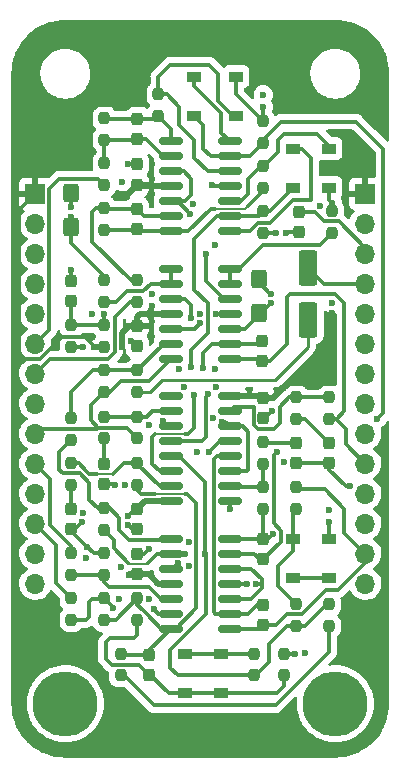
<source format=gbr>
%TF.GenerationSoftware,KiCad,Pcbnew,(6.0.9-0)*%
%TF.CreationDate,2024-06-20T10:35:51+02:00*%
%TF.ProjectId,filter-board,66696c74-6572-42d6-926f-6172642e6b69,rev?*%
%TF.SameCoordinates,Original*%
%TF.FileFunction,Copper,L1,Top*%
%TF.FilePolarity,Positive*%
%FSLAX46Y46*%
G04 Gerber Fmt 4.6, Leading zero omitted, Abs format (unit mm)*
G04 Created by KiCad (PCBNEW (6.0.9-0)) date 2024-06-20 10:35:51*
%MOMM*%
%LPD*%
G01*
G04 APERTURE LIST*
G04 Aperture macros list*
%AMRoundRect*
0 Rectangle with rounded corners*
0 $1 Rounding radius*
0 $2 $3 $4 $5 $6 $7 $8 $9 X,Y pos of 4 corners*
0 Add a 4 corners polygon primitive as box body*
4,1,4,$2,$3,$4,$5,$6,$7,$8,$9,$2,$3,0*
0 Add four circle primitives for the rounded corners*
1,1,$1+$1,$2,$3*
1,1,$1+$1,$4,$5*
1,1,$1+$1,$6,$7*
1,1,$1+$1,$8,$9*
0 Add four rect primitives between the rounded corners*
20,1,$1+$1,$2,$3,$4,$5,0*
20,1,$1+$1,$4,$5,$6,$7,0*
20,1,$1+$1,$6,$7,$8,$9,0*
20,1,$1+$1,$8,$9,$2,$3,0*%
G04 Aperture macros list end*
%TA.AperFunction,SMDPad,CuDef*%
%ADD10RoundRect,0.150000X-0.825000X-0.150000X0.825000X-0.150000X0.825000X0.150000X-0.825000X0.150000X0*%
%TD*%
%TA.AperFunction,SMDPad,CuDef*%
%ADD11RoundRect,0.237500X-0.237500X0.250000X-0.237500X-0.250000X0.237500X-0.250000X0.237500X0.250000X0*%
%TD*%
%TA.AperFunction,SMDPad,CuDef*%
%ADD12RoundRect,0.250000X0.550000X-1.250000X0.550000X1.250000X-0.550000X1.250000X-0.550000X-1.250000X0*%
%TD*%
%TA.AperFunction,SMDPad,CuDef*%
%ADD13RoundRect,0.237500X-0.237500X0.300000X-0.237500X-0.300000X0.237500X-0.300000X0.237500X0.300000X0*%
%TD*%
%TA.AperFunction,SMDPad,CuDef*%
%ADD14RoundRect,0.237500X0.237500X-0.250000X0.237500X0.250000X-0.237500X0.250000X-0.237500X-0.250000X0*%
%TD*%
%TA.AperFunction,SMDPad,CuDef*%
%ADD15R,1.200000X0.900000*%
%TD*%
%TA.AperFunction,SMDPad,CuDef*%
%ADD16RoundRect,0.250000X0.425000X-0.537500X0.425000X0.537500X-0.425000X0.537500X-0.425000X-0.537500X0*%
%TD*%
%TA.AperFunction,SMDPad,CuDef*%
%ADD17RoundRect,0.237500X0.237500X-0.300000X0.237500X0.300000X-0.237500X0.300000X-0.237500X-0.300000X0*%
%TD*%
%TA.AperFunction,ComponentPad*%
%ADD18C,5.500000*%
%TD*%
%TA.AperFunction,ComponentPad*%
%ADD19R,1.700000X1.700000*%
%TD*%
%TA.AperFunction,ComponentPad*%
%ADD20O,1.700000X1.700000*%
%TD*%
%TA.AperFunction,ViaPad*%
%ADD21C,0.600000*%
%TD*%
%TA.AperFunction,Conductor*%
%ADD22C,0.300000*%
%TD*%
%TA.AperFunction,Conductor*%
%ADD23C,0.500000*%
%TD*%
%TA.AperFunction,Conductor*%
%ADD24C,0.200000*%
%TD*%
%TA.AperFunction,Conductor*%
%ADD25C,0.250000*%
%TD*%
G04 APERTURE END LIST*
D10*
%TO.P,U1,1*%
%TO.N,Net-(R3-Pad1)*%
X62295000Y-57150000D03*
%TO.P,U1,2,-*%
X62295000Y-58420000D03*
%TO.P,U1,3,+*%
%TO.N,/+5.35V*%
X62295000Y-59690000D03*
%TO.P,U1,4,V+*%
%TO.N,/+9V*%
X62295000Y-60960000D03*
%TO.P,U1,5,+*%
%TO.N,/+4.5V_Buf*%
X62295000Y-62230000D03*
%TO.P,U1,6,-*%
%TO.N,Net-(R13-Pad2)*%
X62295000Y-63500000D03*
%TO.P,U1,7*%
%TO.N,/HP*%
X62295000Y-64770000D03*
%TO.P,U1,8*%
%TO.N,/UBP*%
X67245000Y-64770000D03*
%TO.P,U1,9,-*%
%TO.N,Net-(C13-Pad1)*%
X67245000Y-63500000D03*
%TO.P,U1,10,+*%
%TO.N,/+4.5V_Buf*%
X67245000Y-62230000D03*
%TO.P,U1,11,V-*%
%TO.N,/GND*%
X67245000Y-60960000D03*
%TO.P,U1,12,+*%
%TO.N,/+4.5V*%
X67245000Y-59690000D03*
%TO.P,U1,13,-*%
%TO.N,Net-(R4-Pad1)*%
X67245000Y-58420000D03*
%TO.P,U1,14*%
X67245000Y-57150000D03*
%TD*%
D11*
%TO.P,R15,1*%
%TO.N,/LBP*%
X53848000Y-85066500D03*
%TO.P,R15,2*%
%TO.N,Net-(R15-Pad2)*%
X53848000Y-86891500D03*
%TD*%
D12*
%TO.P,C9,1*%
%TO.N,Net-(C9-Pad1)*%
X73914000Y-61509000D03*
%TO.P,C9,2*%
%TO.N,/In*%
X73914000Y-57109000D03*
%TD*%
D13*
%TO.P,C16,1*%
%TO.N,Net-(C16-Pad1)*%
X72898000Y-71908500D03*
%TO.P,C16,2*%
%TO.N,/+4.5V_Buf*%
X72898000Y-73633500D03*
%TD*%
%TO.P,C14,1*%
%TO.N,Net-(C14-Pad1)*%
X75692000Y-71908500D03*
%TO.P,C14,2*%
%TO.N,/+4.5V_Buf*%
X75692000Y-73633500D03*
%TD*%
D14*
%TO.P,R6,1*%
%TO.N,/Res_CV*%
X59436000Y-59967500D03*
%TO.P,R6,2*%
%TO.N,Net-(C7-Pad1)*%
X59436000Y-58142500D03*
%TD*%
%TO.P,R3,1*%
%TO.N,Net-(R3-Pad1)*%
X56642000Y-59967500D03*
%TO.P,R3,2*%
%TO.N,/+5.35V_Buf*%
X56642000Y-58142500D03*
%TD*%
D11*
%TO.P,R31,1*%
%TO.N,/VCF/0.5\u002A(UBP-LBP)*%
X69342000Y-89765500D03*
%TO.P,R31,2*%
%TO.N,Net-(R29-Pad2)*%
X69342000Y-91590500D03*
%TD*%
D13*
%TO.P,C11,1*%
%TO.N,Net-(C11-Pad1)*%
X56642000Y-73686500D03*
%TO.P,C11,2*%
%TO.N,/+4.5V_Buf*%
X56642000Y-75411500D03*
%TD*%
D11*
%TO.P,R21,1*%
%TO.N,/+4.5V_Buf*%
X71882000Y-89765500D03*
%TO.P,R21,2*%
%TO.N,Net-(C10-Pad1)*%
X71882000Y-91590500D03*
%TD*%
D15*
%TO.P,D8,1,K*%
%TO.N,/+4.5V_Buf*%
X75692000Y-80011000D03*
%TO.P,D8,2,A*%
%TO.N,Net-(D7-Pad2)*%
X75692000Y-83311000D03*
%TD*%
D11*
%TO.P,R19,1*%
%TO.N,Net-(R15-Pad2)*%
X56642000Y-85066500D03*
%TO.P,R19,2*%
%TO.N,/VCF/UBP-LBP*%
X56642000Y-86891500D03*
%TD*%
D16*
%TO.P,C3,1*%
%TO.N,/+5.35V_Buf*%
X53848000Y-53634500D03*
%TO.P,C3,2*%
%TO.N,/GND*%
X53848000Y-50759500D03*
%TD*%
D17*
%TO.P,C15,1*%
%TO.N,Net-(C15-Pad1)*%
X70104000Y-81761500D03*
%TO.P,C15,2*%
%TO.N,/LBP*%
X70104000Y-80036500D03*
%TD*%
D14*
%TO.P,R10,1*%
%TO.N,Net-(C7-Pad2)*%
X70104000Y-50315500D03*
%TO.P,R10,2*%
%TO.N,Net-(D2-Pad1)*%
X70104000Y-48490500D03*
%TD*%
D15*
%TO.P,D3,1,K*%
%TO.N,/CV Processing/Freq_CV_Biased*%
X64262000Y-44195000D03*
%TO.P,D3,2,A*%
%TO.N,Net-(D3-Pad2)*%
X64262000Y-40895000D03*
%TD*%
D13*
%TO.P,C1,1*%
%TO.N,/GND*%
X53848000Y-58192500D03*
%TO.P,C1,2*%
%TO.N,/+5.35V*%
X53848000Y-59917500D03*
%TD*%
D11*
%TO.P,R8,1*%
%TO.N,Net-(C7-Pad1)*%
X56642000Y-52046500D03*
%TO.P,R8,2*%
%TO.N,Net-(C7-Pad2)*%
X56642000Y-53871500D03*
%TD*%
D10*
%TO.P,U2,1*%
%TO.N,Net-(C6-Pad2)*%
X62295000Y-46355000D03*
%TO.P,U2,2,-*%
%TO.N,Net-(C6-Pad1)*%
X62295000Y-47625000D03*
%TO.P,U2,3,+*%
%TO.N,/+5.35V_Buf*%
X62295000Y-48895000D03*
%TO.P,U2,4,V+*%
%TO.N,/+9V*%
X62295000Y-50165000D03*
%TO.P,U2,5,+*%
%TO.N,/+5.35V_Buf*%
X62295000Y-51435000D03*
%TO.P,U2,6,-*%
%TO.N,Net-(C7-Pad1)*%
X62295000Y-52705000D03*
%TO.P,U2,7*%
%TO.N,Net-(C7-Pad2)*%
X62295000Y-53975000D03*
%TO.P,U2,8*%
%TO.N,Net-(D4-Pad2)*%
X67245000Y-53975000D03*
%TO.P,U2,9,-*%
%TO.N,/CV Processing/Res_CV_Biased*%
X67245000Y-52705000D03*
%TO.P,U2,10,+*%
%TO.N,Net-(D2-Pad1)*%
X67245000Y-51435000D03*
%TO.P,U2,11,V-*%
%TO.N,/GND*%
X67245000Y-50165000D03*
%TO.P,U2,12,+*%
%TO.N,Net-(D1-Pad1)*%
X67245000Y-48895000D03*
%TO.P,U2,13,-*%
%TO.N,/CV Processing/Freq_CV_Biased*%
X67245000Y-47625000D03*
%TO.P,U2,14*%
%TO.N,Net-(D3-Pad2)*%
X67245000Y-46355000D03*
%TD*%
D13*
%TO.P,C8,1*%
%TO.N,/GND*%
X59436000Y-48313000D03*
%TO.P,C8,2*%
%TO.N,/+9V*%
X59436000Y-50038000D03*
%TD*%
D14*
%TO.P,R14,1*%
%TO.N,Net-(C9-Pad1)*%
X59436000Y-67587500D03*
%TO.P,R14,2*%
%TO.N,Net-(R13-Pad2)*%
X59436000Y-65762500D03*
%TD*%
D11*
%TO.P,R11,1*%
%TO.N,/+4.5V_Buf*%
X70104000Y-44680500D03*
%TO.P,R11,2*%
%TO.N,/CV Processing/Freq_CV_Biased*%
X70104000Y-46505500D03*
%TD*%
D15*
%TO.P,D5,1,K*%
%TO.N,/VCF/0.5\u002A(UBP-LBP)*%
X66548000Y-89790000D03*
%TO.P,D5,2,A*%
%TO.N,Net-(C10-Pad1)*%
X66548000Y-93090000D03*
%TD*%
D11*
%TO.P,R35,1*%
%TO.N,/LP*%
X72898000Y-75668500D03*
%TO.P,R35,2*%
%TO.N,/VCF/LP_Lim*%
X72898000Y-77493500D03*
%TD*%
D14*
%TO.P,R33,1*%
%TO.N,/LBP*%
X70104000Y-77493500D03*
%TO.P,R33,2*%
%TO.N,Net-(R33-Pad2)*%
X70104000Y-75668500D03*
%TD*%
D16*
%TO.P,C4,1*%
%TO.N,/+4.5V_Buf*%
X69723000Y-60873500D03*
%TO.P,C4,2*%
%TO.N,/GND*%
X69723000Y-57998500D03*
%TD*%
D14*
%TO.P,R20,1*%
%TO.N,Net-(C10-Pad1)*%
X59436000Y-86891500D03*
%TO.P,R20,2*%
%TO.N,/VCF/UBP-LBP*%
X59436000Y-85066500D03*
%TD*%
D15*
%TO.P,D4,1,K*%
%TO.N,/CV Processing/Res_CV_Biased*%
X72644000Y-50291000D03*
%TO.P,D4,2,A*%
%TO.N,Net-(D4-Pad2)*%
X72644000Y-46991000D03*
%TD*%
%TO.P,D1,1,K*%
%TO.N,Net-(D1-Pad1)*%
X67818000Y-44195000D03*
%TO.P,D1,2,A*%
%TO.N,/+4.5V_Buf*%
X67818000Y-40895000D03*
%TD*%
D11*
%TO.P,R24,1*%
%TO.N,Net-(R22-Pad2)*%
X56642000Y-69676000D03*
%TO.P,R24,2*%
%TO.N,Net-(C11-Pad1)*%
X56642000Y-71501000D03*
%TD*%
D14*
%TO.P,R4,1*%
%TO.N,Net-(R4-Pad1)*%
X75946000Y-54125500D03*
%TO.P,R4,2*%
%TO.N,/+4.5V_Buf*%
X75946000Y-52300500D03*
%TD*%
D15*
%TO.P,D6,1,K*%
%TO.N,Net-(C10-Pad1)*%
X63500000Y-93090000D03*
%TO.P,D6,2,A*%
%TO.N,/VCF/0.5\u002A(UBP-LBP)*%
X63500000Y-89790000D03*
%TD*%
D17*
%TO.P,C6,1*%
%TO.N,Net-(C6-Pad1)*%
X59436000Y-46201500D03*
%TO.P,C6,2*%
%TO.N,Net-(C6-Pad2)*%
X59436000Y-44476500D03*
%TD*%
%TO.P,C10,1*%
%TO.N,Net-(C10-Pad1)*%
X60452000Y-91540500D03*
%TO.P,C10,2*%
%TO.N,/VCF/UBP-LBP*%
X60452000Y-89815500D03*
%TD*%
D11*
%TO.P,R25,1*%
%TO.N,Net-(R23-Pad2)*%
X53848000Y-73636500D03*
%TO.P,R25,2*%
%TO.N,Net-(C12-Pad1)*%
X53848000Y-75461500D03*
%TD*%
D14*
%TO.P,R26,1*%
%TO.N,/UBP*%
X75692000Y-69873500D03*
%TO.P,R26,2*%
%TO.N,Net-(R26-Pad2)*%
X75692000Y-68048500D03*
%TD*%
D17*
%TO.P,C2,1*%
%TO.N,/GND*%
X73152000Y-54075500D03*
%TO.P,C2,2*%
%TO.N,/+4.5V*%
X73152000Y-52350500D03*
%TD*%
D14*
%TO.P,R13,1*%
%TO.N,/VCF/FB*%
X53848000Y-71651500D03*
%TO.P,R13,2*%
%TO.N,Net-(R13-Pad2)*%
X53848000Y-69826500D03*
%TD*%
%TO.P,R9,1*%
%TO.N,Net-(C6-Pad2)*%
X61214000Y-44219500D03*
%TO.P,R9,2*%
%TO.N,Net-(D1-Pad1)*%
X61214000Y-42394500D03*
%TD*%
D11*
%TO.P,R18,1*%
%TO.N,Net-(R13-Pad2)*%
X56642000Y-65762500D03*
%TO.P,R18,2*%
%TO.N,/HP*%
X56642000Y-67587500D03*
%TD*%
D14*
%TO.P,R23,1*%
%TO.N,/VCF/UBP-LBP*%
X59436000Y-75461500D03*
%TO.P,R23,2*%
%TO.N,Net-(R23-Pad2)*%
X59436000Y-73636500D03*
%TD*%
%TO.P,R7,1*%
%TO.N,Net-(C6-Pad1)*%
X56642000Y-46251500D03*
%TO.P,R7,2*%
%TO.N,Net-(C6-Pad2)*%
X56642000Y-44426500D03*
%TD*%
D13*
%TO.P,C20,1*%
%TO.N,/+9V*%
X70104000Y-68098500D03*
%TO.P,C20,2*%
%TO.N,/GND*%
X70104000Y-69823500D03*
%TD*%
%TO.P,C5,1*%
%TO.N,/+9V*%
X59436000Y-62002500D03*
%TO.P,C5,2*%
%TO.N,/GND*%
X59436000Y-63727500D03*
%TD*%
D15*
%TO.P,D2,1,K*%
%TO.N,Net-(D2-Pad1)*%
X75692000Y-46991000D03*
%TO.P,D2,2,A*%
%TO.N,/+4.5V_Buf*%
X75692000Y-50291000D03*
%TD*%
D11*
%TO.P,R16,1*%
%TO.N,/UBP*%
X53848000Y-81256500D03*
%TO.P,R16,2*%
%TO.N,Net-(R16-Pad2)*%
X53848000Y-83081500D03*
%TD*%
%TO.P,R1,1*%
%TO.N,/+5.35V*%
X56642000Y-61952500D03*
%TO.P,R1,2*%
%TO.N,/+9V*%
X56642000Y-63777500D03*
%TD*%
D14*
%TO.P,R2,1*%
%TO.N,/GND*%
X53848000Y-63777500D03*
%TO.P,R2,2*%
%TO.N,/+5.35V*%
X53848000Y-61952500D03*
%TD*%
%TO.P,R34,1*%
%TO.N,Net-(R33-Pad2)*%
X70104000Y-73683500D03*
%TO.P,R34,2*%
%TO.N,Net-(C16-Pad1)*%
X70104000Y-71858500D03*
%TD*%
%TO.P,R12,1*%
%TO.N,/+4.5V_Buf*%
X70104000Y-54125500D03*
%TO.P,R12,2*%
%TO.N,/CV Processing/Res_CV_Biased*%
X70104000Y-52300500D03*
%TD*%
D17*
%TO.P,C19,1*%
%TO.N,/+9V*%
X59436000Y-83031500D03*
%TO.P,C19,2*%
%TO.N,/GND*%
X59436000Y-81306500D03*
%TD*%
D18*
%TO.P,H3,1,1*%
%TO.N,/GND*%
X76200000Y-93980000D03*
%TD*%
D10*
%TO.P,U3,1*%
%TO.N,/VCF/FB*%
X62295000Y-80010000D03*
%TO.P,U3,2,-*%
%TO.N,Net-(R29-Pad2)*%
X62295000Y-81280000D03*
%TO.P,U3,3,+*%
%TO.N,/+4.5V_Buf*%
X62295000Y-82550000D03*
%TO.P,U3,4,V+*%
%TO.N,/+9V*%
X62295000Y-83820000D03*
%TO.P,U3,5,+*%
%TO.N,Net-(R16-Pad2)*%
X62295000Y-85090000D03*
%TO.P,U3,6,-*%
%TO.N,Net-(R15-Pad2)*%
X62295000Y-86360000D03*
%TO.P,U3,7*%
%TO.N,/VCF/UBP-LBP*%
X62295000Y-87630000D03*
%TO.P,U3,8*%
%TO.N,/LP*%
X67245000Y-87630000D03*
%TO.P,U3,9,-*%
%TO.N,Net-(C18-Pad1)*%
X67245000Y-86360000D03*
%TO.P,U3,10,+*%
%TO.N,/+4.5V_Buf*%
X67245000Y-85090000D03*
%TO.P,U3,11,V-*%
%TO.N,/GND*%
X67245000Y-83820000D03*
%TO.P,U3,12,+*%
%TO.N,/+4.5V_Buf*%
X67245000Y-82550000D03*
%TO.P,U3,13,-*%
%TO.N,Net-(C15-Pad1)*%
X67245000Y-81280000D03*
%TO.P,U3,14*%
%TO.N,/LBP*%
X67245000Y-80010000D03*
%TD*%
D13*
%TO.P,C18,1*%
%TO.N,Net-(C18-Pad1)*%
X70104000Y-85624500D03*
%TO.P,C18,2*%
%TO.N,/LP*%
X70104000Y-87349500D03*
%TD*%
D11*
%TO.P,R17,1*%
%TO.N,/+4.5V_Buf*%
X56642000Y-81256500D03*
%TO.P,R17,2*%
%TO.N,Net-(R16-Pad2)*%
X56642000Y-83081500D03*
%TD*%
D15*
%TO.P,D7,1,K*%
%TO.N,/VCF/LP_Lim*%
X72644000Y-80011000D03*
%TO.P,D7,2,A*%
%TO.N,Net-(D7-Pad2)*%
X72644000Y-83311000D03*
%TD*%
D14*
%TO.P,R32,1*%
%TO.N,Net-(R29-Pad2)*%
X56642000Y-79271500D03*
%TO.P,R32,2*%
%TO.N,/VCF/FB*%
X56642000Y-77446500D03*
%TD*%
D11*
%TO.P,R28,1*%
%TO.N,/VCF/UBP-LBP*%
X58039000Y-89765500D03*
%TO.P,R28,2*%
%TO.N,Net-(R28-Pad2)*%
X58039000Y-91590500D03*
%TD*%
D13*
%TO.P,C13,1*%
%TO.N,Net-(C13-Pad1)*%
X69977000Y-63272500D03*
%TO.P,C13,2*%
%TO.N,/UBP*%
X69977000Y-64997500D03*
%TD*%
D14*
%TO.P,R22,1*%
%TO.N,/HP*%
X59436000Y-71501000D03*
%TO.P,R22,2*%
%TO.N,Net-(R22-Pad2)*%
X59436000Y-69676000D03*
%TD*%
D11*
%TO.P,R27,1*%
%TO.N,Net-(R26-Pad2)*%
X72898000Y-68048500D03*
%TO.P,R27,2*%
%TO.N,Net-(C14-Pad1)*%
X72898000Y-69873500D03*
%TD*%
D10*
%TO.P,U4,1,Mode*%
%TO.N,unconnected-(U4-Pad1)*%
X62295000Y-67945000D03*
%TO.P,U4,2,Iin*%
%TO.N,Net-(R22-Pad2)*%
X62295000Y-69215000D03*
%TO.P,U4,3,Vc*%
%TO.N,/CV Processing/Freq_CV_Biased*%
X62295000Y-70485000D03*
%TO.P,U4,4,Iout*%
%TO.N,Net-(C13-Pad1)*%
X62295000Y-71755000D03*
%TO.P,U4,5,Iout*%
%TO.N,Net-(R29-Pad2)*%
X62295000Y-73025000D03*
%TO.P,U4,6,Vc*%
%TO.N,/CV Processing/Res_CV_Biased*%
X62295000Y-74295000D03*
%TO.P,U4,7,Iin*%
%TO.N,Net-(R23-Pad2)*%
X62295000Y-75565000D03*
%TO.P,U4,8,GND*%
%TO.N,/+4.5V_Buf*%
X62295000Y-76835000D03*
%TO.P,U4,9,V-*%
%TO.N,/GND*%
X67245000Y-76835000D03*
%TO.P,U4,10,Iin*%
%TO.N,Net-(R33-Pad2)*%
X67245000Y-75565000D03*
%TO.P,U4,11,Vc*%
%TO.N,/CV Processing/Freq_CV_Biased*%
X67245000Y-74295000D03*
%TO.P,U4,12,Iout*%
%TO.N,Net-(C18-Pad1)*%
X67245000Y-73025000D03*
%TO.P,U4,13,Iout*%
%TO.N,Net-(C15-Pad1)*%
X67245000Y-71755000D03*
%TO.P,U4,14,Vc*%
%TO.N,/CV Processing/Freq_CV_Biased*%
X67245000Y-70485000D03*
%TO.P,U4,15,Iin*%
%TO.N,Net-(R26-Pad2)*%
X67245000Y-69215000D03*
%TO.P,U4,16,V+*%
%TO.N,/+9V*%
X67245000Y-67945000D03*
%TD*%
D14*
%TO.P,R5,1*%
%TO.N,/Freq_CV*%
X56642000Y-50061500D03*
%TO.P,R5,2*%
%TO.N,Net-(C6-Pad1)*%
X56642000Y-48236500D03*
%TD*%
%TO.P,R29,1*%
%TO.N,Net-(R28-Pad2)*%
X75692000Y-87399500D03*
%TO.P,R29,2*%
%TO.N,Net-(R29-Pad2)*%
X75692000Y-85574500D03*
%TD*%
D13*
%TO.P,C17,1*%
%TO.N,/+4.5V_Buf*%
X59436000Y-77496500D03*
%TO.P,C17,2*%
%TO.N,/GND*%
X59436000Y-79221500D03*
%TD*%
%TO.P,C12,1*%
%TO.N,Net-(C12-Pad1)*%
X53848000Y-77496500D03*
%TO.P,C12,2*%
%TO.N,/+4.5V_Buf*%
X53848000Y-79221500D03*
%TD*%
D11*
%TO.P,R30,1*%
%TO.N,/VCF/LP_Lim*%
X72898000Y-85574500D03*
%TO.P,R30,2*%
%TO.N,Net-(R29-Pad2)*%
X72898000Y-87399500D03*
%TD*%
D13*
%TO.P,C7,1*%
%TO.N,Net-(C7-Pad1)*%
X59436000Y-52096500D03*
%TO.P,C7,2*%
%TO.N,Net-(C7-Pad2)*%
X59436000Y-53821500D03*
%TD*%
D18*
%TO.P,H1,1,1*%
%TO.N,/GND*%
X53340000Y-93980000D03*
%TD*%
D19*
%TO.P,J1,1,Pin_1*%
%TO.N,/+9V*%
X50800000Y-50800000D03*
D20*
%TO.P,J1,2,Pin_2*%
%TO.N,/GND*%
X50800000Y-53340000D03*
%TO.P,J1,3,Pin_3*%
%TO.N,/+4.5V*%
X50800000Y-55880000D03*
%TO.P,J1,4,Pin_4*%
%TO.N,/In*%
X50800000Y-58420000D03*
%TO.P,J1,5,Pin_5*%
%TO.N,/GND*%
X50800000Y-60960000D03*
%TO.P,J1,6,Pin_6*%
%TO.N,/Freq_CV*%
X50800000Y-63500000D03*
%TO.P,J1,7,Pin_7*%
%TO.N,/Res_CV*%
X50800000Y-66040000D03*
%TO.P,J1,8,Pin_8*%
%TO.N,/GND*%
X50800000Y-68580000D03*
%TO.P,J1,9,Pin_9*%
%TO.N,/HP*%
X50800000Y-71120000D03*
%TO.P,J1,10,Pin_10*%
%TO.N,/UBP*%
X50800000Y-73660000D03*
%TO.P,J1,11,Pin_11*%
%TO.N,/GND*%
X50800000Y-76200000D03*
%TO.P,J1,12,Pin_12*%
%TO.N,/LBP*%
X50800000Y-78740000D03*
%TO.P,J1,13,Pin_13*%
%TO.N,/LP*%
X50800000Y-81280000D03*
%TO.P,J1,14,Pin_14*%
%TO.N,/GND*%
X50800000Y-83820000D03*
%TD*%
D19*
%TO.P,J2,1,Pin_1*%
%TO.N,/+9V*%
X78740000Y-50800000D03*
D20*
%TO.P,J2,2,Pin_2*%
%TO.N,/GND*%
X78740000Y-53340000D03*
%TO.P,J2,3,Pin_3*%
%TO.N,/+4.5V*%
X78740000Y-55880000D03*
%TO.P,J2,4,Pin_4*%
%TO.N,/In*%
X78740000Y-58420000D03*
%TO.P,J2,5,Pin_5*%
%TO.N,/GND*%
X78740000Y-60960000D03*
%TO.P,J2,6,Pin_6*%
%TO.N,/Freq_CV*%
X78740000Y-63500000D03*
%TO.P,J2,7,Pin_7*%
%TO.N,/Res_CV*%
X78740000Y-66040000D03*
%TO.P,J2,8,Pin_8*%
%TO.N,/GND*%
X78740000Y-68580000D03*
%TO.P,J2,9,Pin_9*%
%TO.N,/HP*%
X78740000Y-71120000D03*
%TO.P,J2,10,Pin_10*%
%TO.N,/UBP*%
X78740000Y-73660000D03*
%TO.P,J2,11,Pin_11*%
%TO.N,/GND*%
X78740000Y-76200000D03*
%TO.P,J2,12,Pin_12*%
%TO.N,/LBP*%
X78740000Y-78740000D03*
%TO.P,J2,13,Pin_13*%
%TO.N,/LP*%
X78740000Y-81280000D03*
%TO.P,J2,14,Pin_14*%
%TO.N,/GND*%
X78740000Y-83820000D03*
%TD*%
D21*
%TO.N,/GND*%
X58621000Y-48313000D03*
X72009000Y-54102000D03*
X70104000Y-42418000D03*
X63355289Y-67189616D03*
X53848000Y-57277000D03*
X55118000Y-81661000D03*
X54864000Y-63754000D03*
X57912000Y-85090000D03*
X68707000Y-83820000D03*
X70866000Y-69215000D03*
X58928000Y-63260500D03*
X64149767Y-51703767D03*
X66040000Y-55118000D03*
X75946000Y-60071000D03*
X71896500Y-73533000D03*
X58039000Y-82423000D03*
X58166000Y-49784000D03*
X60465378Y-70358000D03*
X60706000Y-59309000D03*
X66096478Y-67174810D03*
X58674000Y-78867000D03*
X54868437Y-77824375D03*
X73660000Y-89662000D03*
X64516000Y-72644000D03*
X66069500Y-60960000D03*
X62992000Y-65659000D03*
X60452000Y-85090000D03*
X53848000Y-51943000D03*
X65786000Y-50050500D03*
X55626000Y-60960000D03*
X63793235Y-80264000D03*
X75692000Y-77597000D03*
X64770000Y-60960000D03*
X70712945Y-59277896D03*
X65862500Y-69821000D03*
X66040000Y-65659000D03*
X67310000Y-77470000D03*
X60452000Y-80899000D03*
X58420000Y-75438000D03*
X63793235Y-82281500D03*
X74930000Y-51816000D03*
%TO.N,/+5.35V*%
X56642000Y-60960000D03*
X64008000Y-61341000D03*
%TO.N,/+4.5V*%
X65278000Y-55880000D03*
%TO.N,/+5.35V_Buf*%
X53848000Y-52742503D03*
X63920053Y-52509415D03*
%TO.N,/+4.5V_Buf*%
X70104000Y-43434000D03*
X77449624Y-75544624D03*
X62865000Y-82079500D03*
X58674000Y-78067497D03*
X54737000Y-78613000D03*
X70744194Y-60076787D03*
X71209497Y-54102000D03*
X72794500Y-89765500D03*
X75692000Y-78613000D03*
X75946000Y-51562000D03*
X57531000Y-75438000D03*
X55193750Y-80696250D03*
X69506503Y-83820000D03*
X64770000Y-61759503D03*
%TO.N,/+9V*%
X50800000Y-85471000D03*
X58180500Y-63754000D03*
X58166000Y-50800000D03*
X55753000Y-63754000D03*
X58700500Y-83057500D03*
X75946000Y-60870503D03*
X60706000Y-60325000D03*
%TO.N,Net-(C13-Pad1)*%
X65424426Y-67772682D03*
X65024000Y-65532000D03*
%TO.N,Net-(C15-Pad1)*%
X65532000Y-72644000D03*
X71247000Y-72644000D03*
%TO.N,/LBP*%
X70954000Y-79590000D03*
%TO.N,/CV Processing/Freq_CV_Biased*%
X66598998Y-70132086D03*
X61595000Y-70014500D03*
X79756000Y-69850000D03*
%TO.N,/CV Processing/Res_CV_Biased*%
X64262000Y-67818000D03*
X64008000Y-65469500D03*
%TO.N,Net-(R15-Pad2)*%
X57404000Y-85852000D03*
X60833000Y-85979000D03*
%TO.N,Net-(R29-Pad2)*%
X65151000Y-81280000D03*
X63500000Y-81280000D03*
%TD*%
D22*
%TO.N,/GND*%
X59395000Y-63727500D02*
X59436000Y-63727500D01*
X67245000Y-76835000D02*
X67245000Y-77405000D01*
X53848000Y-50759500D02*
X53848000Y-51943000D01*
X65900500Y-50165000D02*
X67245000Y-50165000D01*
X53848000Y-63777500D02*
X54840500Y-63777500D01*
X59436000Y-81306500D02*
X60044500Y-81306500D01*
X58621000Y-48313000D02*
X59436000Y-48313000D01*
X60044500Y-81306500D02*
X60452000Y-80899000D01*
X70866000Y-69215000D02*
X70257500Y-69823500D01*
X65786000Y-50050500D02*
X65900500Y-50165000D01*
X70257500Y-69823500D02*
X70104000Y-69823500D01*
X70707896Y-59277896D02*
X69723000Y-58293000D01*
X69723000Y-58293000D02*
X69723000Y-57998500D01*
X72035500Y-54075500D02*
X73152000Y-54075500D01*
X53848000Y-58192500D02*
X53848000Y-57277000D01*
X66069500Y-60960000D02*
X67245000Y-60960000D01*
X67245000Y-77405000D02*
X67310000Y-77470000D01*
X59028500Y-79221500D02*
X59436000Y-79221500D01*
X67245000Y-83820000D02*
X68707000Y-83820000D01*
X70712945Y-59277896D02*
X70707896Y-59277896D01*
X72009000Y-54102000D02*
X72035500Y-54075500D01*
X58928000Y-63260500D02*
X59395000Y-63727500D01*
X58674000Y-78867000D02*
X59028500Y-79221500D01*
X54840500Y-63777500D02*
X54864000Y-63754000D01*
%TO.N,/+5.35V*%
X63500000Y-59690000D02*
X62295000Y-59690000D01*
X64008000Y-60198000D02*
X63500000Y-59690000D01*
X64008000Y-61341000D02*
X64008000Y-60198000D01*
X53848000Y-59917500D02*
X53848000Y-61952500D01*
X56642000Y-61952500D02*
X56642000Y-60960000D01*
X56642000Y-61952500D02*
X53848000Y-61952500D01*
%TO.N,/+4.5V*%
X67245000Y-59690000D02*
X66802000Y-59690000D01*
X75236000Y-53138000D02*
X76506000Y-53138000D01*
X65278000Y-58166000D02*
X65278000Y-55880000D01*
X78740000Y-55372000D02*
X78740000Y-55880000D01*
X74448500Y-52350500D02*
X75236000Y-53138000D01*
X66802000Y-59690000D02*
X65278000Y-58166000D01*
X76506000Y-53138000D02*
X78740000Y-55372000D01*
X73152000Y-52350500D02*
X74448500Y-52350500D01*
%TO.N,/+5.35V_Buf*%
X64008000Y-50927000D02*
X64008000Y-49530000D01*
X63500000Y-51435000D02*
X64008000Y-50927000D01*
X62295000Y-51435000D02*
X63500000Y-51435000D01*
X63920053Y-52509415D02*
X62845638Y-51435000D01*
X63373000Y-48895000D02*
X62295000Y-48895000D01*
X64008000Y-49530000D02*
X63373000Y-48895000D01*
X53848000Y-54991000D02*
X53848000Y-53634500D01*
X56642000Y-58142500D02*
X56642000Y-57785000D01*
X53848000Y-53634500D02*
X53848000Y-52742503D01*
X56642000Y-57785000D02*
X53848000Y-54991000D01*
X62845638Y-51435000D02*
X62295000Y-51435000D01*
%TO.N,/+4.5V_Buf*%
X69723000Y-60873500D02*
X69723000Y-61087000D01*
X53848000Y-79350500D02*
X53848000Y-79221500D01*
D23*
X60097500Y-76835000D02*
X59436000Y-77496500D01*
D22*
X69088000Y-82550000D02*
X67245000Y-82550000D01*
X75692000Y-51308000D02*
X75692000Y-50291000D01*
X72794500Y-89765500D02*
X71882000Y-89765500D01*
X58674000Y-78067497D02*
X59244997Y-77496500D01*
X70104000Y-44680500D02*
X67818000Y-42394500D01*
X64770000Y-61759503D02*
X64299503Y-62230000D01*
X55193750Y-80696250D02*
X55754000Y-81256500D01*
D23*
X62295000Y-76835000D02*
X60097500Y-76835000D01*
D22*
X62865000Y-82079500D02*
X62394500Y-82550000D01*
X75946000Y-52300500D02*
X75946000Y-51562000D01*
X75946000Y-51562000D02*
X75692000Y-51308000D01*
X59244997Y-77496500D02*
X59436000Y-77496500D01*
X77449624Y-75544624D02*
X77068624Y-75544624D01*
X54737000Y-78613000D02*
X54128500Y-79221500D01*
X70104000Y-44680500D02*
X70104000Y-43434000D01*
X68580000Y-62230000D02*
X67245000Y-62230000D01*
X69977000Y-84201000D02*
X69977000Y-83820000D01*
X71209497Y-54102000D02*
X71185997Y-54125500D01*
X75692000Y-73633500D02*
X72898000Y-73633500D01*
X75692000Y-74168000D02*
X75692000Y-73633500D01*
X67818000Y-42394500D02*
X67818000Y-40895000D01*
X70744194Y-60076787D02*
X69947481Y-60873500D01*
X55193750Y-80696250D02*
X53848000Y-79350500D01*
X69723000Y-61087000D02*
X68580000Y-62230000D01*
X69977000Y-83820000D02*
X69506503Y-83820000D01*
X71185997Y-54125500D02*
X70104000Y-54125500D01*
X77068624Y-75544624D02*
X75692000Y-74168000D01*
X64299503Y-62230000D02*
X62295000Y-62230000D01*
X55754000Y-81256500D02*
X56642000Y-81256500D01*
X54128500Y-79221500D02*
X53848000Y-79221500D01*
X56642000Y-75411500D02*
X57504500Y-75411500D01*
X69977000Y-83820000D02*
X69977000Y-83439000D01*
X69947481Y-60873500D02*
X69723000Y-60873500D01*
X62394500Y-82550000D02*
X62295000Y-82550000D01*
X57504500Y-75411500D02*
X57531000Y-75438000D01*
X75692000Y-80011000D02*
X75692000Y-78613000D01*
X69088000Y-85090000D02*
X69977000Y-84201000D01*
X69977000Y-83439000D02*
X69088000Y-82550000D01*
X67245000Y-85090000D02*
X69088000Y-85090000D01*
D23*
%TO.N,/+9V*%
X58700500Y-83057500D02*
X58726500Y-83031500D01*
X58159515Y-63733015D02*
X58159515Y-62617485D01*
X58674000Y-50800000D02*
X59436000Y-50038000D01*
D22*
X49403000Y-52197000D02*
X50800000Y-50800000D01*
D23*
X69950500Y-67945000D02*
X67245000Y-67945000D01*
D22*
X49403000Y-64770000D02*
X49403000Y-52197000D01*
D23*
X70104000Y-68098500D02*
X69950500Y-67945000D01*
X75946000Y-60870503D02*
X75946000Y-63078528D01*
X59690000Y-60960000D02*
X62295000Y-60960000D01*
X58166000Y-50800000D02*
X58674000Y-50800000D01*
D22*
X51227057Y-64770000D02*
X49403000Y-64770000D01*
D23*
X55776500Y-63777500D02*
X55753000Y-63754000D01*
D22*
X55753000Y-63723761D02*
X54969239Y-62940000D01*
X54969239Y-62940000D02*
X53057057Y-62940000D01*
D23*
X59436000Y-62002500D02*
X59436000Y-61214000D01*
X60425500Y-83031500D02*
X61214000Y-83820000D01*
X59436000Y-61214000D02*
X59690000Y-60960000D01*
X61214000Y-83820000D02*
X62295000Y-83820000D01*
X56642000Y-63777500D02*
X55776500Y-63777500D01*
X58726500Y-83031500D02*
X59436000Y-83031500D01*
D22*
X53057057Y-62940000D02*
X51227057Y-64770000D01*
D23*
X59563000Y-50165000D02*
X59436000Y-50038000D01*
X58180500Y-63754000D02*
X58159515Y-63733015D01*
X59436000Y-83031500D02*
X60425500Y-83031500D01*
X58774500Y-62002500D02*
X59436000Y-62002500D01*
D22*
X55753000Y-63754000D02*
X55753000Y-63723761D01*
D23*
X70926028Y-68098500D02*
X70104000Y-68098500D01*
X75946000Y-63078528D02*
X70926028Y-68098500D01*
X62295000Y-50165000D02*
X59563000Y-50165000D01*
X58159515Y-62617485D02*
X58774500Y-62002500D01*
D22*
%TO.N,Net-(C6-Pad1)*%
X61595000Y-47625000D02*
X62295000Y-47625000D01*
X59436000Y-46201500D02*
X60171500Y-46201500D01*
X59386000Y-46251500D02*
X59436000Y-46201500D01*
X56642000Y-48236500D02*
X56642000Y-46251500D01*
X60171500Y-46201500D02*
X61595000Y-47625000D01*
X56642000Y-46251500D02*
X59386000Y-46251500D01*
%TO.N,Net-(C6-Pad2)*%
X56692000Y-44476500D02*
X56642000Y-44426500D01*
X59436000Y-44476500D02*
X56692000Y-44476500D01*
X62295000Y-46355000D02*
X62295000Y-45300500D01*
X59436000Y-44476500D02*
X60957000Y-44476500D01*
X62295000Y-45300500D02*
X61214000Y-44219500D01*
X60957000Y-44476500D02*
X61214000Y-44219500D01*
%TO.N,Net-(C7-Pad1)*%
X59436000Y-58142500D02*
X58904500Y-58142500D01*
X56692000Y-52096500D02*
X56642000Y-52046500D01*
X60044500Y-52705000D02*
X59436000Y-52096500D01*
X59436000Y-52096500D02*
X56692000Y-52096500D01*
X55626000Y-52324000D02*
X55903500Y-52046500D01*
X55903500Y-52046500D02*
X56642000Y-52046500D01*
X55626000Y-54864000D02*
X55626000Y-52324000D01*
X58904500Y-58142500D02*
X55626000Y-54864000D01*
X62295000Y-52705000D02*
X60044500Y-52705000D01*
%TO.N,Net-(C7-Pad2)*%
X59386000Y-53871500D02*
X59436000Y-53821500D01*
X56642000Y-53871500D02*
X59386000Y-53871500D01*
X62295000Y-53975000D02*
X59589500Y-53975000D01*
X68834000Y-51816000D02*
X70104000Y-50546000D01*
X59589500Y-53975000D02*
X59436000Y-53821500D01*
X63754000Y-53975000D02*
X62295000Y-53975000D01*
X65659000Y-52070000D02*
X63754000Y-53975000D01*
D24*
X68834000Y-51816000D02*
X68580000Y-52070000D01*
D22*
X66040000Y-52070000D02*
X65659000Y-52070000D01*
X70104000Y-50546000D02*
X70104000Y-50315500D01*
D24*
X68580000Y-52070000D02*
X66040000Y-52070000D01*
D22*
%TO.N,/In*%
X75225000Y-58420000D02*
X73914000Y-57109000D01*
X78740000Y-58420000D02*
X75225000Y-58420000D01*
D25*
%TO.N,Net-(C9-Pad1)*%
X73914000Y-61509000D02*
X73914000Y-63754000D01*
X73914000Y-63754000D02*
X71120000Y-66548000D01*
X61531500Y-66548000D02*
X60492000Y-67587500D01*
X60492000Y-67587500D02*
X59436000Y-67587500D01*
X71120000Y-66548000D02*
X61531500Y-66548000D01*
D22*
%TO.N,Net-(C10-Pad1)*%
X60552500Y-91540500D02*
X60452000Y-91540500D01*
X57277000Y-90678000D02*
X56769000Y-90170000D01*
X71882000Y-92456000D02*
X71248000Y-93090000D01*
X56769000Y-90170000D02*
X56769000Y-88773000D01*
X57150000Y-88392000D02*
X59182000Y-88392000D01*
X71882000Y-91590500D02*
X71882000Y-92456000D01*
X59589500Y-90678000D02*
X57277000Y-90678000D01*
X71248000Y-93090000D02*
X66548000Y-93090000D01*
X60452000Y-91540500D02*
X59589500Y-90678000D01*
X63500000Y-93090000D02*
X66548000Y-93090000D01*
X56769000Y-88773000D02*
X57150000Y-88392000D01*
X62102000Y-93090000D02*
X60552500Y-91540500D01*
X59436000Y-88138000D02*
X59436000Y-86891500D01*
X63500000Y-93090000D02*
X62102000Y-93090000D01*
X59182000Y-88392000D02*
X59436000Y-88138000D01*
%TO.N,/VCF/UBP-LBP*%
X62295000Y-87630000D02*
X61468000Y-87630000D01*
X63500000Y-76200000D02*
X63627000Y-76200000D01*
X64442735Y-85894372D02*
X62707107Y-87630000D01*
X59436000Y-85598000D02*
X59436000Y-85066500D01*
X62707107Y-87630000D02*
X62295000Y-87630000D01*
D24*
X60960000Y-76200000D02*
X63500000Y-76200000D01*
D22*
X57611000Y-86891500D02*
X59436000Y-85066500D01*
X61468000Y-87630000D02*
X60261000Y-86423000D01*
X64442735Y-77015735D02*
X64442735Y-85894372D01*
X58089000Y-89815500D02*
X58039000Y-89765500D01*
X60261000Y-86423000D02*
X60261000Y-86398150D01*
X60261000Y-86398150D02*
X59916850Y-86054000D01*
D24*
X59436000Y-75461500D02*
X59436000Y-75909896D01*
D22*
X59436000Y-75909896D02*
X59726104Y-76200000D01*
X59916850Y-86054000D02*
X59892000Y-86054000D01*
X60452000Y-89815500D02*
X60452000Y-89473000D01*
X59726104Y-76200000D02*
X60960000Y-76200000D01*
X63627000Y-76200000D02*
X64442735Y-77015735D01*
X60452000Y-89815500D02*
X58089000Y-89815500D01*
X59892000Y-86054000D02*
X59436000Y-85598000D01*
X56642000Y-86891500D02*
X57611000Y-86891500D01*
X60452000Y-89473000D02*
X62295000Y-87630000D01*
%TO.N,Net-(C11-Pad1)*%
X56642000Y-71501000D02*
X56642000Y-73686500D01*
%TO.N,Net-(C12-Pad1)*%
X53848000Y-77496500D02*
X53848000Y-75461500D01*
%TO.N,Net-(C13-Pad1)*%
X65786000Y-63500000D02*
X67245000Y-63500000D01*
X69823500Y-63272500D02*
X69596000Y-63500000D01*
X65424426Y-67772682D02*
X65213000Y-67984108D01*
X69596000Y-63500000D02*
X67245000Y-63500000D01*
X64897000Y-71755000D02*
X62295000Y-71755000D01*
X69977000Y-63272500D02*
X69823500Y-63272500D01*
X65024000Y-65532000D02*
X65024000Y-64262000D01*
X65024000Y-64262000D02*
X65786000Y-63500000D01*
X65213000Y-71439000D02*
X64897000Y-71755000D01*
X65213000Y-67984108D02*
X65213000Y-71439000D01*
%TO.N,/UBP*%
X77089000Y-70739000D02*
X77089000Y-72009000D01*
X76962000Y-60071000D02*
X76962000Y-69215000D01*
X77089000Y-72009000D02*
X78740000Y-73660000D01*
X72390000Y-59309000D02*
X76200000Y-59309000D01*
X70638500Y-64997500D02*
X72136000Y-63500000D01*
X53848000Y-80589850D02*
X52070000Y-78811850D01*
X76223500Y-69873500D02*
X77089000Y-70739000D01*
X75692000Y-69873500D02*
X76223500Y-69873500D01*
X76303500Y-69873500D02*
X75692000Y-69873500D01*
X52070000Y-74930000D02*
X50800000Y-73660000D01*
X69950500Y-64997500D02*
X69723000Y-64770000D01*
X53848000Y-81256500D02*
X53848000Y-80589850D01*
X52070000Y-78811850D02*
X52070000Y-74930000D01*
X76200000Y-59309000D02*
X76962000Y-60071000D01*
X69723000Y-64770000D02*
X67245000Y-64770000D01*
X76962000Y-69215000D02*
X76303500Y-69873500D01*
X72136000Y-59563000D02*
X72390000Y-59309000D01*
X69977000Y-64997500D02*
X70638500Y-64997500D01*
X72136000Y-63500000D02*
X72136000Y-59563000D01*
X69977000Y-64997500D02*
X69950500Y-64997500D01*
%TO.N,Net-(C14-Pad1)*%
X72898000Y-69873500D02*
X73657000Y-69873500D01*
X73657000Y-69873500D02*
X75692000Y-71908500D01*
%TO.N,Net-(C15-Pad1)*%
X70104000Y-81761500D02*
X69823500Y-81761500D01*
X69342000Y-81280000D02*
X67245000Y-81280000D01*
X71247000Y-72644000D02*
X70993000Y-72898000D01*
X71604000Y-80261500D02*
X70104000Y-81761500D01*
X70993000Y-72898000D02*
X70993000Y-78709761D01*
X65532000Y-72644000D02*
X66421000Y-71755000D01*
X71604000Y-79320761D02*
X71604000Y-80261500D01*
X69823500Y-81761500D02*
X69342000Y-81280000D01*
X66421000Y-71755000D02*
X67245000Y-71755000D01*
X70993000Y-78709761D02*
X71604000Y-79320761D01*
%TO.N,/LBP*%
X70507500Y-80036500D02*
X70954000Y-79590000D01*
X52578000Y-80518000D02*
X50800000Y-78740000D01*
X53848000Y-85066500D02*
X52578000Y-83796500D01*
X70104000Y-80036500D02*
X67271500Y-80036500D01*
X70104000Y-80036500D02*
X70104000Y-77493500D01*
X67271500Y-80036500D02*
X67245000Y-80010000D01*
X70104000Y-80036500D02*
X70507500Y-80036500D01*
X52578000Y-83796500D02*
X52578000Y-80518000D01*
%TO.N,Net-(C16-Pad1)*%
X72898000Y-71908500D02*
X70154000Y-71908500D01*
X70154000Y-71908500D02*
X70104000Y-71858500D01*
%TO.N,Net-(C18-Pad1)*%
X70104000Y-85624500D02*
X69569500Y-85624500D01*
X66167000Y-73025000D02*
X67245000Y-73025000D01*
X66040000Y-86360000D02*
X65913000Y-86233000D01*
X69569500Y-85624500D02*
X68834000Y-86360000D01*
X68834000Y-86360000D02*
X67245000Y-86360000D01*
X67245000Y-86360000D02*
X66040000Y-86360000D01*
X65913000Y-73279000D02*
X66167000Y-73025000D01*
X65913000Y-86233000D02*
X65913000Y-73279000D01*
%TO.N,/LP*%
X67245000Y-87630000D02*
X69823500Y-87630000D01*
X70104000Y-87349500D02*
X71146500Y-87349500D01*
X78740000Y-81280000D02*
X76962000Y-79502000D01*
X76454000Y-84328000D02*
X78740000Y-82042000D01*
X69823500Y-87630000D02*
X70104000Y-87349500D01*
X72084000Y-86412000D02*
X73378850Y-86412000D01*
X73723000Y-86067850D02*
X73723000Y-86055425D01*
X71146500Y-87349500D02*
X72084000Y-86412000D01*
X76962000Y-77470000D02*
X75311000Y-75819000D01*
X78740000Y-82042000D02*
X78740000Y-81280000D01*
X73048500Y-75819000D02*
X72898000Y-75668500D01*
X76962000Y-79502000D02*
X76962000Y-77470000D01*
X75311000Y-75819000D02*
X73048500Y-75819000D01*
X73378850Y-86412000D02*
X73723000Y-86067850D01*
X73723000Y-86055425D02*
X75450425Y-84328000D01*
X75450425Y-84328000D02*
X76454000Y-84328000D01*
%TO.N,Net-(D1-Pad1)*%
X62992000Y-43434000D02*
X62992000Y-44958000D01*
X62230000Y-39878000D02*
X65532000Y-39878000D01*
X64262000Y-46228000D02*
X64262000Y-47752000D01*
X61214000Y-42394500D02*
X61214000Y-40894000D01*
X61214000Y-42394500D02*
X61952500Y-42394500D01*
X62992000Y-44958000D02*
X64262000Y-46228000D01*
X65532000Y-39878000D02*
X66294000Y-40640000D01*
X65405000Y-48895000D02*
X67245000Y-48895000D01*
X67563000Y-44195000D02*
X67818000Y-44195000D01*
X61214000Y-40894000D02*
X62230000Y-39878000D01*
X61952500Y-42394500D02*
X62992000Y-43434000D01*
X64262000Y-47752000D02*
X65405000Y-48895000D01*
X66294000Y-42926000D02*
X67563000Y-44195000D01*
X66294000Y-40640000D02*
X66294000Y-42926000D01*
%TO.N,Net-(D2-Pad1)*%
X75692000Y-46991000D02*
X75692000Y-46736000D01*
X68199000Y-51435000D02*
X68834000Y-50800000D01*
X71882000Y-45720000D02*
X71374000Y-46228000D01*
X75692000Y-46736000D02*
X74676000Y-45720000D01*
X70127500Y-48490500D02*
X70104000Y-48490500D01*
X74676000Y-45720000D02*
X71882000Y-45720000D01*
X68834000Y-50800000D02*
X68834000Y-49530000D01*
X71374000Y-46228000D02*
X71374000Y-47244000D01*
X68834000Y-49530000D02*
X69873500Y-48490500D01*
X67245000Y-51435000D02*
X68199000Y-51435000D01*
X69873500Y-48490500D02*
X70104000Y-48490500D01*
X71374000Y-47244000D02*
X70127500Y-48490500D01*
%TO.N,/CV Processing/Freq_CV_Biased*%
X62065500Y-70485000D02*
X62295000Y-70485000D01*
X77978000Y-44704000D02*
X80264000Y-46990000D01*
X64262000Y-44195000D02*
X65024000Y-44957000D01*
X80264000Y-69342000D02*
X79756000Y-69850000D01*
X67245000Y-47625000D02*
X68984500Y-47625000D01*
X65024000Y-46990000D02*
X65659000Y-47625000D01*
X65659000Y-47625000D02*
X67245000Y-47625000D01*
X71628000Y-44704000D02*
X77978000Y-44704000D01*
X68834000Y-74168000D02*
X68707000Y-74295000D01*
X70104000Y-46505500D02*
X70104000Y-46228000D01*
X66598998Y-70132086D02*
X66892086Y-70132086D01*
X66892086Y-70132086D02*
X67245000Y-70485000D01*
X68984500Y-47625000D02*
X70104000Y-46505500D01*
X80264000Y-46990000D02*
X80264000Y-69342000D01*
X70104000Y-46228000D02*
X71628000Y-44704000D01*
X67245000Y-70485000D02*
X68380894Y-70485000D01*
X68380894Y-70485000D02*
X68834000Y-70938106D01*
X61595000Y-70014500D02*
X62065500Y-70485000D01*
X68834000Y-70938106D02*
X68834000Y-74168000D01*
X68707000Y-74295000D02*
X67245000Y-74295000D01*
X65024000Y-44957000D02*
X65024000Y-46990000D01*
%TO.N,Net-(D3-Pad2)*%
X64262000Y-40895000D02*
X64262000Y-41656000D01*
X66548000Y-43942000D02*
X66548000Y-45658000D01*
X66548000Y-45658000D02*
X67245000Y-46355000D01*
X64262000Y-41656000D02*
X66548000Y-43942000D01*
%TO.N,/CV Processing/Res_CV_Biased*%
X64262000Y-54610000D02*
X66167000Y-52705000D01*
X70104000Y-52300500D02*
X70634500Y-52300500D01*
X64008000Y-65469500D02*
X64008000Y-64008000D01*
X60960000Y-71120000D02*
X60706000Y-71374000D01*
X64008000Y-64008000D02*
X65420000Y-62596000D01*
X70634500Y-52300500D02*
X72644000Y-50291000D01*
X60706000Y-71374000D02*
X60706000Y-73660000D01*
X64262000Y-67818000D02*
X64262000Y-70612000D01*
X64262000Y-70612000D02*
X63754000Y-71120000D01*
X61341000Y-74295000D02*
X62295000Y-74295000D01*
D24*
X63500000Y-71120000D02*
X60960000Y-71120000D01*
D22*
X69699500Y-52705000D02*
X70104000Y-52300500D01*
X63754000Y-71120000D02*
X63500000Y-71120000D01*
X65420000Y-60086000D02*
X64262000Y-58928000D01*
X65420000Y-62596000D02*
X65420000Y-60086000D01*
X60706000Y-73660000D02*
X61341000Y-74295000D01*
X67245000Y-52705000D02*
X69699500Y-52705000D01*
X64262000Y-58928000D02*
X64262000Y-54610000D01*
X66167000Y-52705000D02*
X67245000Y-52705000D01*
%TO.N,Net-(D4-Pad2)*%
X69623150Y-53288000D02*
X70664000Y-53288000D01*
X73407000Y-46991000D02*
X72644000Y-46991000D01*
X74168000Y-51308000D02*
X74168000Y-47752000D01*
X68936150Y-53975000D02*
X69623150Y-53288000D01*
X72644000Y-51308000D02*
X74168000Y-51308000D01*
X74168000Y-47752000D02*
X73407000Y-46991000D01*
X67245000Y-53975000D02*
X68936150Y-53975000D01*
X70664000Y-53288000D02*
X72644000Y-51308000D01*
%TO.N,/VCF/0.5\u002A(UBP-LBP)*%
X69342000Y-89765500D02*
X66572500Y-89765500D01*
X66548000Y-89790000D02*
X63500000Y-89790000D01*
X66572500Y-89765500D02*
X66548000Y-89790000D01*
%TO.N,/VCF/LP_Lim*%
X72898000Y-85574500D02*
X71374000Y-84050500D01*
X72644000Y-81026000D02*
X72644000Y-80011000D01*
X72644000Y-80011000D02*
X72644000Y-77747500D01*
X72644000Y-77747500D02*
X72898000Y-77493500D01*
X71374000Y-82296000D02*
X72644000Y-81026000D01*
X71374000Y-84050500D02*
X71374000Y-82296000D01*
%TO.N,Net-(D7-Pad2)*%
X75692000Y-83311000D02*
X72644000Y-83311000D01*
%TO.N,/Freq_CV*%
X56642000Y-50061500D02*
X56110500Y-49530000D01*
X52000000Y-62300000D02*
X50800000Y-63500000D01*
X52000000Y-50362000D02*
X52000000Y-62300000D01*
X52832000Y-49530000D02*
X52000000Y-50362000D01*
X56110500Y-49530000D02*
X52832000Y-49530000D01*
%TO.N,/Res_CV*%
X57531000Y-61214000D02*
X57531000Y-64206850D01*
X58777500Y-59967500D02*
X57531000Y-61214000D01*
X57531000Y-64206850D02*
X56967850Y-64770000D01*
X56967850Y-64770000D02*
X52070000Y-64770000D01*
X52070000Y-64770000D02*
X50800000Y-66040000D01*
X59436000Y-59967500D02*
X58777500Y-59967500D01*
%TO.N,/HP*%
X56007000Y-70739000D02*
X51181000Y-70739000D01*
X59436000Y-71501000D02*
X58547000Y-70612000D01*
X62295000Y-64770000D02*
X60390000Y-66675000D01*
X58547000Y-70612000D02*
X56134000Y-70612000D01*
X57126500Y-67587500D02*
X56642000Y-67587500D01*
X56134000Y-70612000D02*
X56007000Y-70739000D01*
X51181000Y-70739000D02*
X50800000Y-71120000D01*
X56134000Y-70612000D02*
X55499000Y-69977000D01*
X55499000Y-68730500D02*
X56642000Y-67587500D01*
X60390000Y-66675000D02*
X58039000Y-66675000D01*
X58039000Y-66675000D02*
X57126500Y-67587500D01*
X55499000Y-69977000D02*
X55499000Y-68730500D01*
%TO.N,Net-(R3-Pad1)*%
X60579000Y-58420000D02*
X62295000Y-58420000D01*
X59944000Y-59055000D02*
X60579000Y-58420000D01*
X57634500Y-59967500D02*
X58547000Y-59055000D01*
X62295000Y-57150000D02*
X62295000Y-58420000D01*
X58547000Y-59055000D02*
X59944000Y-59055000D01*
X56642000Y-59967500D02*
X57634500Y-59967500D01*
%TO.N,Net-(R4-Pad1)*%
X67245000Y-58420000D02*
X67245000Y-57150000D01*
X68072000Y-57150000D02*
X67245000Y-57150000D01*
X70104000Y-55118000D02*
X68072000Y-57150000D01*
X75946000Y-54125500D02*
X75922500Y-54125500D01*
X75922500Y-54125500D02*
X74930000Y-55118000D01*
X74930000Y-55118000D02*
X70104000Y-55118000D01*
%TO.N,/VCF/FB*%
X53138000Y-74474000D02*
X54589894Y-74474000D01*
X55372000Y-76708000D02*
X56110500Y-77446500D01*
X62295000Y-80010000D02*
X62196000Y-80109000D01*
X52832000Y-72667500D02*
X52832000Y-74168000D01*
X58773000Y-80109000D02*
X57912000Y-79248000D01*
X57912000Y-78232000D02*
X57126500Y-77446500D01*
X62196000Y-80109000D02*
X58773000Y-80109000D01*
X53848000Y-71651500D02*
X52832000Y-72667500D01*
X52832000Y-74168000D02*
X53138000Y-74474000D01*
X57912000Y-79248000D02*
X57912000Y-78232000D01*
X55372000Y-75256106D02*
X55372000Y-76708000D01*
X56110500Y-77446500D02*
X56642000Y-77446500D01*
X57126500Y-77446500D02*
X56642000Y-77446500D01*
X54589894Y-74474000D02*
X55372000Y-75256106D01*
%TO.N,Net-(R13-Pad2)*%
X55649500Y-65762500D02*
X56642000Y-65762500D01*
X53848000Y-69826500D02*
X53848000Y-67564000D01*
X61698500Y-63500000D02*
X62295000Y-63500000D01*
X59436000Y-65762500D02*
X61698500Y-63500000D01*
X53848000Y-67564000D02*
X55649500Y-65762500D01*
X56642000Y-65762500D02*
X59436000Y-65762500D01*
%TO.N,Net-(R15-Pad2)*%
X57404000Y-85852000D02*
X57404000Y-85828500D01*
X55094500Y-86891500D02*
X53848000Y-86891500D01*
X61214000Y-86360000D02*
X62295000Y-86360000D01*
X56642000Y-85066500D02*
X56618500Y-85090000D01*
X60833000Y-85979000D02*
X61214000Y-86360000D01*
X55372000Y-85344000D02*
X55372000Y-86614000D01*
X57404000Y-85828500D02*
X56642000Y-85066500D01*
X55626000Y-85090000D02*
X55372000Y-85344000D01*
X56618500Y-85090000D02*
X55626000Y-85090000D01*
X55372000Y-86614000D02*
X55094500Y-86891500D01*
%TO.N,Net-(R16-Pad2)*%
X56642000Y-83693000D02*
X57023000Y-84074000D01*
X61468000Y-85090000D02*
X62295000Y-85090000D01*
X60452000Y-84074000D02*
X61468000Y-85090000D01*
X57023000Y-84074000D02*
X60452000Y-84074000D01*
X56642000Y-83081500D02*
X56642000Y-83693000D01*
X56642000Y-83081500D02*
X53848000Y-83081500D01*
%TO.N,Net-(R22-Pad2)*%
X60245000Y-69676000D02*
X60706000Y-69215000D01*
X59436000Y-69676000D02*
X56642000Y-69676000D01*
X60706000Y-69215000D02*
X62295000Y-69215000D01*
X59436000Y-69676000D02*
X60245000Y-69676000D01*
%TO.N,Net-(R23-Pad2)*%
X62295000Y-75565000D02*
X61341000Y-75565000D01*
D24*
X57404000Y-74549000D02*
X56007000Y-74549000D01*
D22*
X61341000Y-75565000D02*
X59436000Y-73660000D01*
X55118000Y-74295000D02*
X55372000Y-74549000D01*
X59436000Y-73660000D02*
X59436000Y-73636500D01*
X55372000Y-74549000D02*
X56007000Y-74549000D01*
X54459500Y-73636500D02*
X55118000Y-74295000D01*
X53848000Y-73636500D02*
X54459500Y-73636500D01*
X58316500Y-73636500D02*
X59436000Y-73636500D01*
X57404000Y-74549000D02*
X58316500Y-73636500D01*
%TO.N,Net-(R26-Pad2)*%
X70993000Y-70739000D02*
X69651150Y-70739000D01*
X69651150Y-70739000D02*
X69279000Y-70366850D01*
X71516000Y-70216000D02*
X70993000Y-70739000D01*
X69279000Y-68834000D02*
X67626000Y-68834000D01*
X69279000Y-70366850D02*
X69279000Y-68834000D01*
X75692000Y-68048500D02*
X72898000Y-68048500D01*
X71516000Y-68819000D02*
X71516000Y-70216000D01*
X72898000Y-68048500D02*
X72286500Y-68048500D01*
X67626000Y-68834000D02*
X67245000Y-69215000D01*
X72286500Y-68048500D02*
X71516000Y-68819000D01*
%TO.N,Net-(R28-Pad2)*%
X58316500Y-91590500D02*
X58039000Y-91590500D01*
X71150239Y-94107000D02*
X60833000Y-94107000D01*
X60833000Y-94107000D02*
X58316500Y-91590500D01*
X75692000Y-89565239D02*
X71150239Y-94107000D01*
X75692000Y-87399500D02*
X75692000Y-89565239D01*
%TO.N,Net-(R29-Pad2)*%
X62295000Y-81280000D02*
X63500000Y-81280000D01*
X62230000Y-89408000D02*
X62230000Y-90932000D01*
X62888500Y-91590500D02*
X69342000Y-91590500D01*
X72112500Y-87399500D02*
X72898000Y-87399500D01*
X65293000Y-82565239D02*
X65278000Y-82580239D01*
X72898000Y-87399500D02*
X73636500Y-87399500D01*
D24*
X60248000Y-82144000D02*
X60350000Y-82042000D01*
D22*
X65278000Y-86360000D02*
X62230000Y-89408000D01*
X60350000Y-82042000D02*
X61112000Y-81280000D01*
X69342000Y-91590500D02*
X69445500Y-91590500D01*
X65151000Y-81280000D02*
X65151000Y-75184000D01*
X65278000Y-82580239D02*
X65278000Y-86360000D01*
X65293000Y-81422000D02*
X65293000Y-82565239D01*
D24*
X58674000Y-82042000D02*
X58776000Y-82144000D01*
D22*
X58674000Y-82042000D02*
X57467000Y-80835000D01*
D24*
X58776000Y-82144000D02*
X60248000Y-82144000D01*
D22*
X65151000Y-75184000D02*
X62992000Y-73025000D01*
X57467000Y-80096500D02*
X56642000Y-79271500D01*
X57467000Y-80835000D02*
X57467000Y-80096500D01*
X73636500Y-87399500D02*
X75461500Y-85574500D01*
X62230000Y-90932000D02*
X62888500Y-91590500D01*
X70612000Y-88900000D02*
X72112500Y-87399500D01*
X65151000Y-81280000D02*
X65293000Y-81422000D01*
X69445500Y-91590500D02*
X70612000Y-90424000D01*
X70612000Y-90424000D02*
X70612000Y-88900000D01*
X75461500Y-85574500D02*
X75692000Y-85574500D01*
X61112000Y-81280000D02*
X62295000Y-81280000D01*
X62992000Y-73025000D02*
X62295000Y-73025000D01*
%TO.N,Net-(R33-Pad2)*%
X70104000Y-75668500D02*
X70104000Y-73683500D01*
X67348500Y-75668500D02*
X67245000Y-75565000D01*
X70104000Y-75668500D02*
X67348500Y-75668500D01*
%TD*%
%TA.AperFunction,Conductor*%
%TO.N,/+9V*%
G36*
X76170018Y-36070000D02*
G01*
X76184851Y-36072310D01*
X76184855Y-36072310D01*
X76193724Y-36073691D01*
X76214183Y-36071016D01*
X76236008Y-36070072D01*
X76592937Y-36085656D01*
X76603886Y-36086614D01*
X76988379Y-36137233D01*
X76999205Y-36139142D01*
X77377822Y-36223080D01*
X77388439Y-36225925D01*
X77558702Y-36279608D01*
X77758302Y-36342542D01*
X77768615Y-36346295D01*
X78126932Y-36494715D01*
X78136876Y-36499353D01*
X78480867Y-36678423D01*
X78490387Y-36683919D01*
X78817468Y-36892292D01*
X78826472Y-36898597D01*
X79134138Y-37134678D01*
X79142558Y-37141743D01*
X79428483Y-37403744D01*
X79436256Y-37411517D01*
X79698257Y-37697442D01*
X79705322Y-37705862D01*
X79941403Y-38013528D01*
X79947708Y-38022532D01*
X80156081Y-38349613D01*
X80161576Y-38359132D01*
X80293193Y-38611964D01*
X80340643Y-38703115D01*
X80345285Y-38713068D01*
X80467895Y-39009074D01*
X80493702Y-39071377D01*
X80497458Y-39081698D01*
X80552407Y-39255973D01*
X80614075Y-39451561D01*
X80616920Y-39462178D01*
X80700858Y-39840795D01*
X80702767Y-39851621D01*
X80753386Y-40236114D01*
X80754344Y-40247063D01*
X80765521Y-40503049D01*
X80769603Y-40596552D01*
X80768223Y-40621429D01*
X80766309Y-40633724D01*
X80767473Y-40642626D01*
X80767473Y-40642628D01*
X80770436Y-40665283D01*
X80771500Y-40681621D01*
X80771500Y-46262051D01*
X80751498Y-46330172D01*
X80697842Y-46376665D01*
X80627568Y-46386769D01*
X80562988Y-46357275D01*
X80556405Y-46351146D01*
X79596063Y-45390803D01*
X78501655Y-44296395D01*
X78493665Y-44287615D01*
X78493663Y-44287613D01*
X78489416Y-44280920D01*
X78474540Y-44266950D01*
X78437743Y-44232396D01*
X78434901Y-44229641D01*
X78414333Y-44209073D01*
X78410826Y-44206353D01*
X78401804Y-44198647D01*
X78395442Y-44192673D01*
X78368133Y-44167028D01*
X78361181Y-44163206D01*
X78349342Y-44156697D01*
X78332818Y-44145843D01*
X78322132Y-44137555D01*
X78315868Y-44132696D01*
X78308596Y-44129549D01*
X78308594Y-44129548D01*
X78273465Y-44114346D01*
X78262805Y-44109124D01*
X78229284Y-44090695D01*
X78229282Y-44090694D01*
X78222337Y-44086876D01*
X78201559Y-44081541D01*
X78182869Y-44075142D01*
X78163176Y-44066620D01*
X78117552Y-44059394D01*
X78105929Y-44056987D01*
X78071661Y-44048189D01*
X78061188Y-44045500D01*
X78039741Y-44045500D01*
X78020031Y-44043949D01*
X78006677Y-44041834D01*
X77998848Y-44040594D01*
X77952859Y-44044941D01*
X77941004Y-44045500D01*
X71710056Y-44045500D01*
X71698200Y-44044941D01*
X71698197Y-44044941D01*
X71690463Y-44043212D01*
X71635446Y-44044941D01*
X71619631Y-44045438D01*
X71615673Y-44045500D01*
X71586568Y-44045500D01*
X71582168Y-44046056D01*
X71570336Y-44046988D01*
X71524169Y-44048438D01*
X71503579Y-44054420D01*
X71484218Y-44058430D01*
X71477230Y-44059312D01*
X71470796Y-44060125D01*
X71470795Y-44060125D01*
X71462936Y-44061118D01*
X71455571Y-44064034D01*
X71455567Y-44064035D01*
X71419982Y-44078124D01*
X71408752Y-44081969D01*
X71364399Y-44094855D01*
X71357575Y-44098891D01*
X71345943Y-44105770D01*
X71328187Y-44114469D01*
X71308244Y-44122365D01*
X71294025Y-44132696D01*
X71270868Y-44149520D01*
X71260949Y-44156035D01*
X71228020Y-44175510D01*
X71228018Y-44175512D01*
X71221193Y-44179548D01*
X71219268Y-44181473D01*
X71155337Y-44206574D01*
X71085715Y-44192673D01*
X71034660Y-44143338D01*
X71024672Y-44120939D01*
X71024641Y-44120846D01*
X71021654Y-44111893D01*
X70930116Y-43963969D01*
X70870026Y-43903984D01*
X70835947Y-43841702D01*
X70841256Y-43770067D01*
X70889555Y-43642921D01*
X70889556Y-43642916D01*
X70892055Y-43636338D01*
X70897694Y-43596214D01*
X70916748Y-43460639D01*
X70916748Y-43460636D01*
X70917299Y-43456717D01*
X70917616Y-43434000D01*
X70897397Y-43253745D01*
X70891280Y-43236179D01*
X70840064Y-43089106D01*
X70840062Y-43089103D01*
X70837745Y-43082448D01*
X70781674Y-42992715D01*
X70762539Y-42924349D01*
X70783581Y-42856221D01*
X70788474Y-42848857D01*
X70827643Y-42789902D01*
X70869423Y-42679917D01*
X70889555Y-42626920D01*
X70889556Y-42626918D01*
X70892055Y-42620338D01*
X70893783Y-42608042D01*
X70916748Y-42444639D01*
X70916748Y-42444636D01*
X70917299Y-42440717D01*
X70917616Y-42418000D01*
X70897397Y-42237745D01*
X70895080Y-42231091D01*
X70840064Y-42073106D01*
X70840062Y-42073103D01*
X70837745Y-42066448D01*
X70781075Y-41975756D01*
X70745359Y-41918598D01*
X70741626Y-41912624D01*
X70732835Y-41903771D01*
X70618778Y-41788915D01*
X70618774Y-41788912D01*
X70613815Y-41783918D01*
X70603507Y-41777376D01*
X70554538Y-41746300D01*
X70460666Y-41686727D01*
X70421543Y-41672796D01*
X70296425Y-41628243D01*
X70296420Y-41628242D01*
X70289790Y-41625881D01*
X70282802Y-41625048D01*
X70282799Y-41625047D01*
X70150428Y-41609263D01*
X70109680Y-41604404D01*
X70102677Y-41605140D01*
X70102676Y-41605140D01*
X69936288Y-41622628D01*
X69936286Y-41622629D01*
X69929288Y-41623364D01*
X69757579Y-41681818D01*
X69728038Y-41699992D01*
X69609095Y-41773166D01*
X69609092Y-41773168D01*
X69603088Y-41776862D01*
X69598053Y-41781793D01*
X69598050Y-41781795D01*
X69488297Y-41889274D01*
X69473493Y-41903771D01*
X69375235Y-42056238D01*
X69372826Y-42062858D01*
X69372824Y-42062861D01*
X69341912Y-42147792D01*
X69313197Y-42226685D01*
X69290463Y-42406640D01*
X69308163Y-42587160D01*
X69315110Y-42608042D01*
X69322481Y-42630201D01*
X69325004Y-42701153D01*
X69288767Y-42762205D01*
X69225275Y-42793974D01*
X69154687Y-42786374D01*
X69113827Y-42759068D01*
X68935798Y-42581038D01*
X68513404Y-42158644D01*
X68479379Y-42096332D01*
X68476500Y-42069549D01*
X68476500Y-41953498D01*
X68496502Y-41885377D01*
X68550158Y-41838884D01*
X68558270Y-41835516D01*
X68656297Y-41798767D01*
X68664705Y-41795615D01*
X68781261Y-41708261D01*
X68868615Y-41591705D01*
X68919745Y-41455316D01*
X68926500Y-41393134D01*
X68926500Y-40772703D01*
X74090743Y-40772703D01*
X74091302Y-40776947D01*
X74091302Y-40776951D01*
X74101805Y-40856726D01*
X74128268Y-41057734D01*
X74204129Y-41335036D01*
X74205813Y-41338984D01*
X74297983Y-41555071D01*
X74316923Y-41599476D01*
X74391473Y-41724040D01*
X74460206Y-41838884D01*
X74464561Y-41846161D01*
X74644313Y-42070528D01*
X74737168Y-42158644D01*
X74827899Y-42244744D01*
X74852851Y-42268423D01*
X75086317Y-42436186D01*
X75090112Y-42438195D01*
X75090113Y-42438196D01*
X75111869Y-42449715D01*
X75340392Y-42570712D01*
X75610373Y-42669511D01*
X75891264Y-42730755D01*
X75919841Y-42733004D01*
X76114282Y-42748307D01*
X76114291Y-42748307D01*
X76116739Y-42748500D01*
X76272271Y-42748500D01*
X76274407Y-42748354D01*
X76274418Y-42748354D01*
X76482548Y-42734165D01*
X76482554Y-42734164D01*
X76486825Y-42733873D01*
X76491020Y-42733004D01*
X76491022Y-42733004D01*
X76722376Y-42685093D01*
X76768342Y-42675574D01*
X77039343Y-42579607D01*
X77294812Y-42447750D01*
X77298313Y-42445289D01*
X77298317Y-42445287D01*
X77474019Y-42321801D01*
X77530023Y-42282441D01*
X77663244Y-42158644D01*
X77737479Y-42089661D01*
X77737481Y-42089658D01*
X77740622Y-42086740D01*
X77922713Y-41864268D01*
X78072927Y-41619142D01*
X78079031Y-41605238D01*
X78186757Y-41359830D01*
X78188483Y-41355898D01*
X78267244Y-41079406D01*
X78303133Y-40827232D01*
X78307146Y-40799036D01*
X78307146Y-40799034D01*
X78307751Y-40794784D01*
X78307845Y-40776951D01*
X78309235Y-40511583D01*
X78309235Y-40511576D01*
X78309257Y-40507297D01*
X78308045Y-40498087D01*
X78285558Y-40327285D01*
X78271732Y-40222266D01*
X78267475Y-40206703D01*
X78242764Y-40116376D01*
X78195871Y-39944964D01*
X78083077Y-39680524D01*
X78008527Y-39555960D01*
X77937643Y-39437521D01*
X77937640Y-39437517D01*
X77935439Y-39433839D01*
X77755687Y-39209472D01*
X77547149Y-39011577D01*
X77313683Y-38843814D01*
X77291843Y-38832250D01*
X77268654Y-38819972D01*
X77059608Y-38709288D01*
X76789627Y-38610489D01*
X76508736Y-38549245D01*
X76477685Y-38546801D01*
X76285718Y-38531693D01*
X76285709Y-38531693D01*
X76283261Y-38531500D01*
X76127729Y-38531500D01*
X76125593Y-38531646D01*
X76125582Y-38531646D01*
X75917452Y-38545835D01*
X75917446Y-38545836D01*
X75913175Y-38546127D01*
X75908980Y-38546996D01*
X75908978Y-38546996D01*
X75772417Y-38575276D01*
X75631658Y-38604426D01*
X75360657Y-38700393D01*
X75105188Y-38832250D01*
X75101687Y-38834711D01*
X75101683Y-38834713D01*
X75091594Y-38841804D01*
X74869977Y-38997559D01*
X74659378Y-39193260D01*
X74477287Y-39415732D01*
X74327073Y-39660858D01*
X74211517Y-39924102D01*
X74132756Y-40200594D01*
X74092249Y-40485216D01*
X74092227Y-40489505D01*
X74092226Y-40489512D01*
X74090765Y-40768417D01*
X74090743Y-40772703D01*
X68926500Y-40772703D01*
X68926500Y-40396866D01*
X68919745Y-40334684D01*
X68868615Y-40198295D01*
X68781261Y-40081739D01*
X68664705Y-39994385D01*
X68528316Y-39943255D01*
X68466134Y-39936500D01*
X67169866Y-39936500D01*
X67107684Y-39943255D01*
X66971295Y-39994385D01*
X66913017Y-40038062D01*
X66861925Y-40076353D01*
X66861923Y-40076355D01*
X66854739Y-40081739D01*
X66850224Y-40087763D01*
X66788556Y-40121439D01*
X66717740Y-40116376D01*
X66672674Y-40087414D01*
X66055655Y-39470395D01*
X66047665Y-39461615D01*
X66047663Y-39461613D01*
X66043416Y-39454920D01*
X66025965Y-39438532D01*
X65991743Y-39406396D01*
X65988901Y-39403641D01*
X65968333Y-39383073D01*
X65964826Y-39380353D01*
X65955804Y-39372647D01*
X65951613Y-39368711D01*
X65922133Y-39341028D01*
X65915181Y-39337206D01*
X65903342Y-39330697D01*
X65886818Y-39319843D01*
X65876132Y-39311555D01*
X65869868Y-39306696D01*
X65862596Y-39303549D01*
X65862594Y-39303548D01*
X65827465Y-39288346D01*
X65816805Y-39283124D01*
X65783284Y-39264695D01*
X65783282Y-39264694D01*
X65776337Y-39260876D01*
X65755559Y-39255541D01*
X65736869Y-39249142D01*
X65717176Y-39240620D01*
X65671552Y-39233394D01*
X65659929Y-39230987D01*
X65625661Y-39222189D01*
X65615188Y-39219500D01*
X65593741Y-39219500D01*
X65574031Y-39217949D01*
X65560677Y-39215834D01*
X65552848Y-39214594D01*
X65506859Y-39218941D01*
X65495004Y-39219500D01*
X62312056Y-39219500D01*
X62300200Y-39218941D01*
X62300197Y-39218941D01*
X62292463Y-39217212D01*
X62237446Y-39218941D01*
X62221631Y-39219438D01*
X62217673Y-39219500D01*
X62188568Y-39219500D01*
X62184168Y-39220056D01*
X62172336Y-39220988D01*
X62126169Y-39222438D01*
X62105579Y-39228420D01*
X62086218Y-39232430D01*
X62079230Y-39233312D01*
X62072796Y-39234125D01*
X62072795Y-39234125D01*
X62064936Y-39235118D01*
X62057571Y-39238034D01*
X62057567Y-39238035D01*
X62021979Y-39252126D01*
X62010769Y-39255965D01*
X61966400Y-39268855D01*
X61947935Y-39279775D01*
X61930195Y-39288466D01*
X61910244Y-39296365D01*
X61872874Y-39323516D01*
X61862952Y-39330033D01*
X61830023Y-39349507D01*
X61830019Y-39349510D01*
X61823193Y-39353547D01*
X61808029Y-39368711D01*
X61792996Y-39381551D01*
X61775643Y-39394159D01*
X61746198Y-39429752D01*
X61738208Y-39438532D01*
X60806395Y-40370345D01*
X60797615Y-40378335D01*
X60797613Y-40378337D01*
X60790920Y-40382584D01*
X60785494Y-40388362D01*
X60785493Y-40388363D01*
X60742396Y-40434257D01*
X60739641Y-40437099D01*
X60719073Y-40457667D01*
X60716356Y-40461170D01*
X60708648Y-40470195D01*
X60677028Y-40503867D01*
X60673207Y-40510818D01*
X60673206Y-40510819D01*
X60666697Y-40522658D01*
X60655843Y-40539182D01*
X60648018Y-40549271D01*
X60642696Y-40556132D01*
X60639549Y-40563404D01*
X60639548Y-40563406D01*
X60624346Y-40598535D01*
X60619124Y-40609195D01*
X60600744Y-40642628D01*
X60596876Y-40649663D01*
X60591541Y-40670441D01*
X60585142Y-40689131D01*
X60576620Y-40708824D01*
X60575380Y-40716655D01*
X60569394Y-40754448D01*
X60566987Y-40766071D01*
X60564194Y-40776951D01*
X60555500Y-40810812D01*
X60555500Y-40832259D01*
X60553949Y-40851969D01*
X60550594Y-40873152D01*
X60551340Y-40881043D01*
X60554941Y-40919138D01*
X60555500Y-40930996D01*
X60555500Y-41459967D01*
X60535498Y-41528088D01*
X60510783Y-41555380D01*
X60509969Y-41555884D01*
X60504797Y-41561065D01*
X60392242Y-41673816D01*
X60392238Y-41673821D01*
X60387071Y-41678997D01*
X60383231Y-41685227D01*
X60383230Y-41685228D01*
X60300126Y-41820048D01*
X60295791Y-41827080D01*
X60241026Y-41992191D01*
X60240326Y-41999027D01*
X60240325Y-41999030D01*
X60235071Y-42050312D01*
X60230500Y-42094928D01*
X60230500Y-42694072D01*
X60230837Y-42697318D01*
X60230837Y-42697322D01*
X60239760Y-42783314D01*
X60241293Y-42798093D01*
X60296346Y-42963107D01*
X60387884Y-43111031D01*
X60393066Y-43116204D01*
X60494786Y-43217747D01*
X60528865Y-43280030D01*
X60523862Y-43350850D01*
X60494941Y-43395937D01*
X60392246Y-43498812D01*
X60392242Y-43498817D01*
X60387071Y-43503997D01*
X60383231Y-43510227D01*
X60383230Y-43510228D01*
X60344440Y-43573157D01*
X60291668Y-43620650D01*
X60221596Y-43632074D01*
X60156472Y-43603800D01*
X60148162Y-43596214D01*
X60144184Y-43592242D01*
X60144179Y-43592238D01*
X60139003Y-43587071D01*
X60132772Y-43583230D01*
X59997150Y-43499631D01*
X59997148Y-43499630D01*
X59990920Y-43495791D01*
X59825809Y-43441026D01*
X59818973Y-43440326D01*
X59818970Y-43440325D01*
X59767474Y-43435049D01*
X59723072Y-43430500D01*
X59148928Y-43430500D01*
X59145682Y-43430837D01*
X59145678Y-43430837D01*
X59051765Y-43440581D01*
X59051761Y-43440582D01*
X59044907Y-43441293D01*
X59038371Y-43443474D01*
X59038369Y-43443474D01*
X58905605Y-43487768D01*
X58879893Y-43496346D01*
X58731969Y-43587884D01*
X58726796Y-43593066D01*
X58614242Y-43705816D01*
X58614238Y-43705821D01*
X58609071Y-43710997D01*
X58605230Y-43717228D01*
X58605228Y-43717231D01*
X58580025Y-43758117D01*
X58527253Y-43805610D01*
X58472766Y-43818000D01*
X57605170Y-43818000D01*
X57537049Y-43797998D01*
X57498026Y-43758303D01*
X57471970Y-43716197D01*
X57468116Y-43709969D01*
X57400951Y-43642921D01*
X57350184Y-43592242D01*
X57350179Y-43592238D01*
X57345003Y-43587071D01*
X57338772Y-43583230D01*
X57203150Y-43499631D01*
X57203148Y-43499630D01*
X57196920Y-43495791D01*
X57031809Y-43441026D01*
X57024973Y-43440326D01*
X57024970Y-43440325D01*
X56973474Y-43435049D01*
X56929072Y-43430500D01*
X56354928Y-43430500D01*
X56351682Y-43430837D01*
X56351678Y-43430837D01*
X56257765Y-43440581D01*
X56257761Y-43440582D01*
X56250907Y-43441293D01*
X56244371Y-43443474D01*
X56244369Y-43443474D01*
X56111605Y-43487768D01*
X56085893Y-43496346D01*
X55937969Y-43587884D01*
X55932796Y-43593066D01*
X55820242Y-43705816D01*
X55820238Y-43705821D01*
X55815071Y-43710997D01*
X55811231Y-43717227D01*
X55811230Y-43717228D01*
X55735627Y-43839879D01*
X55723791Y-43859080D01*
X55669026Y-44024191D01*
X55668326Y-44031027D01*
X55668325Y-44031030D01*
X55664944Y-44064035D01*
X55658500Y-44126928D01*
X55658500Y-44726072D01*
X55658837Y-44729318D01*
X55658837Y-44729322D01*
X55668563Y-44823055D01*
X55669293Y-44830093D01*
X55724346Y-44995107D01*
X55815884Y-45143031D01*
X55821066Y-45148204D01*
X55922786Y-45249747D01*
X55956865Y-45312030D01*
X55951862Y-45382850D01*
X55922941Y-45427937D01*
X55820246Y-45530812D01*
X55820242Y-45530817D01*
X55815071Y-45535997D01*
X55811231Y-45542227D01*
X55811230Y-45542228D01*
X55754011Y-45635055D01*
X55723791Y-45684080D01*
X55669026Y-45849191D01*
X55658500Y-45951928D01*
X55658500Y-46551072D01*
X55658837Y-46554318D01*
X55658837Y-46554322D01*
X55664713Y-46610950D01*
X55669293Y-46655093D01*
X55724346Y-46820107D01*
X55815884Y-46968031D01*
X55936489Y-47088426D01*
X55936491Y-47088428D01*
X55938997Y-47090929D01*
X55938569Y-47091358D01*
X55976656Y-47145080D01*
X55983500Y-47186042D01*
X55983500Y-47301967D01*
X55963498Y-47370088D01*
X55938783Y-47397380D01*
X55937969Y-47397884D01*
X55932797Y-47403065D01*
X55820242Y-47515816D01*
X55820238Y-47515821D01*
X55815071Y-47520997D01*
X55811231Y-47527227D01*
X55811230Y-47527228D01*
X55728364Y-47661662D01*
X55723791Y-47669080D01*
X55669026Y-47834191D01*
X55668326Y-47841027D01*
X55668325Y-47841030D01*
X55663694Y-47886229D01*
X55658500Y-47936928D01*
X55658500Y-48536072D01*
X55658837Y-48539318D01*
X55658837Y-48539322D01*
X55660328Y-48553687D01*
X55669293Y-48640093D01*
X55671474Y-48646629D01*
X55671474Y-48646631D01*
X55691156Y-48705624D01*
X55693740Y-48776573D01*
X55657557Y-48837657D01*
X55594093Y-48869482D01*
X55571632Y-48871500D01*
X52914059Y-48871500D01*
X52902203Y-48870941D01*
X52894463Y-48869211D01*
X52886537Y-48869460D01*
X52886536Y-48869460D01*
X52823611Y-48871438D01*
X52819653Y-48871500D01*
X52790568Y-48871500D01*
X52786637Y-48871997D01*
X52786630Y-48871997D01*
X52786179Y-48872054D01*
X52774343Y-48872986D01*
X52728169Y-48874438D01*
X52707579Y-48880420D01*
X52688218Y-48884430D01*
X52681230Y-48885312D01*
X52674796Y-48886125D01*
X52674795Y-48886125D01*
X52666936Y-48887118D01*
X52659571Y-48890034D01*
X52659567Y-48890035D01*
X52623979Y-48904126D01*
X52612769Y-48907965D01*
X52568400Y-48920855D01*
X52549935Y-48931775D01*
X52532195Y-48940466D01*
X52512244Y-48948365D01*
X52479083Y-48972458D01*
X52474874Y-48975516D01*
X52464952Y-48982033D01*
X52432023Y-49001507D01*
X52432019Y-49001510D01*
X52425193Y-49005547D01*
X52410029Y-49020711D01*
X52394996Y-49033551D01*
X52377643Y-49046159D01*
X52353688Y-49075116D01*
X52348198Y-49081752D01*
X52340208Y-49090532D01*
X51978882Y-49451858D01*
X51916570Y-49485884D01*
X51845557Y-49480745D01*
X51767605Y-49451522D01*
X51752351Y-49447895D01*
X51701486Y-49442369D01*
X51694672Y-49442000D01*
X51072115Y-49442000D01*
X51056876Y-49446475D01*
X51055671Y-49447865D01*
X51054000Y-49455548D01*
X51054000Y-50928000D01*
X51033998Y-50996121D01*
X50980342Y-51042614D01*
X50928000Y-51054000D01*
X49460116Y-51054000D01*
X49444877Y-51058475D01*
X49443672Y-51059865D01*
X49442001Y-51067548D01*
X49442001Y-51694669D01*
X49442371Y-51701490D01*
X49447895Y-51752352D01*
X49451521Y-51767604D01*
X49496676Y-51888054D01*
X49505214Y-51903649D01*
X49581715Y-52005724D01*
X49594276Y-52018285D01*
X49696351Y-52094786D01*
X49711946Y-52103324D01*
X49820827Y-52144142D01*
X49877591Y-52186784D01*
X49902291Y-52253345D01*
X49887083Y-52322694D01*
X49867691Y-52349175D01*
X49744200Y-52478401D01*
X49740629Y-52482138D01*
X49737715Y-52486410D01*
X49737714Y-52486411D01*
X49701562Y-52539408D01*
X49614743Y-52666680D01*
X49612564Y-52671375D01*
X49532355Y-52844171D01*
X49520688Y-52869305D01*
X49460989Y-53084570D01*
X49437251Y-53306695D01*
X49437548Y-53311848D01*
X49437548Y-53311851D01*
X49437741Y-53315195D01*
X49450110Y-53529715D01*
X49451247Y-53534761D01*
X49451248Y-53534767D01*
X49468114Y-53609604D01*
X49499222Y-53747639D01*
X49583266Y-53954616D01*
X49699987Y-54145088D01*
X49846250Y-54313938D01*
X50018126Y-54456632D01*
X50052746Y-54476862D01*
X50091445Y-54499476D01*
X50140169Y-54551114D01*
X50153240Y-54620897D01*
X50126509Y-54686669D01*
X50086055Y-54720027D01*
X50073607Y-54726507D01*
X50069474Y-54729610D01*
X50069471Y-54729612D01*
X49899841Y-54856974D01*
X49894965Y-54860635D01*
X49740629Y-55022138D01*
X49737715Y-55026410D01*
X49737714Y-55026411D01*
X49735904Y-55029064D01*
X49614743Y-55206680D01*
X49579970Y-55281593D01*
X49523421Y-55403418D01*
X49520688Y-55409305D01*
X49460989Y-55624570D01*
X49460440Y-55629707D01*
X49459678Y-55636842D01*
X49437251Y-55846695D01*
X49437548Y-55851848D01*
X49437548Y-55851851D01*
X49441189Y-55914998D01*
X49450110Y-56069715D01*
X49451247Y-56074761D01*
X49451248Y-56074767D01*
X49454438Y-56088920D01*
X49499222Y-56287639D01*
X49542773Y-56394892D01*
X49577801Y-56481156D01*
X49583266Y-56494616D01*
X49594345Y-56512695D01*
X49665520Y-56628842D01*
X49699987Y-56685088D01*
X49846250Y-56853938D01*
X50018126Y-56996632D01*
X50088595Y-57037811D01*
X50091445Y-57039476D01*
X50140169Y-57091114D01*
X50153240Y-57160897D01*
X50126509Y-57226669D01*
X50086055Y-57260027D01*
X50073607Y-57266507D01*
X50069474Y-57269610D01*
X50069471Y-57269612D01*
X49899100Y-57397530D01*
X49894965Y-57400635D01*
X49740629Y-57562138D01*
X49737715Y-57566410D01*
X49737714Y-57566411D01*
X49730015Y-57577697D01*
X49614743Y-57746680D01*
X49520688Y-57949305D01*
X49460989Y-58164570D01*
X49437251Y-58386695D01*
X49437548Y-58391848D01*
X49437548Y-58391851D01*
X49445973Y-58537970D01*
X49450110Y-58609715D01*
X49451247Y-58614761D01*
X49451248Y-58614767D01*
X49474364Y-58717338D01*
X49499222Y-58827639D01*
X49555372Y-58965921D01*
X49580180Y-59027015D01*
X49583266Y-59034616D01*
X49595795Y-59055061D01*
X49697291Y-59220688D01*
X49699987Y-59225088D01*
X49846250Y-59393938D01*
X50018126Y-59536632D01*
X50055831Y-59558665D01*
X50091445Y-59579476D01*
X50140169Y-59631114D01*
X50153240Y-59700897D01*
X50126509Y-59766669D01*
X50086055Y-59800027D01*
X50073607Y-59806507D01*
X50069474Y-59809610D01*
X50069471Y-59809612D01*
X49899733Y-59937055D01*
X49894965Y-59940635D01*
X49740629Y-60102138D01*
X49737715Y-60106410D01*
X49737714Y-60106411D01*
X49712275Y-60143703D01*
X49614743Y-60286680D01*
X49596956Y-60325000D01*
X49529297Y-60470759D01*
X49520688Y-60489305D01*
X49460989Y-60704570D01*
X49437251Y-60926695D01*
X49437548Y-60931848D01*
X49437548Y-60931851D01*
X49449812Y-61144547D01*
X49450110Y-61149715D01*
X49451247Y-61154761D01*
X49451248Y-61154767D01*
X49469548Y-61235969D01*
X49499222Y-61367639D01*
X49547592Y-61486760D01*
X49576167Y-61557132D01*
X49583266Y-61574616D01*
X49631341Y-61653067D01*
X49687080Y-61744025D01*
X49699987Y-61765088D01*
X49846250Y-61933938D01*
X50018126Y-62076632D01*
X50062480Y-62102550D01*
X50091445Y-62119476D01*
X50140169Y-62171114D01*
X50153240Y-62240897D01*
X50126509Y-62306669D01*
X50086055Y-62340027D01*
X50073607Y-62346507D01*
X50069474Y-62349610D01*
X50069471Y-62349612D01*
X49899107Y-62477525D01*
X49894965Y-62480635D01*
X49891393Y-62484373D01*
X49744709Y-62637869D01*
X49740629Y-62642138D01*
X49737715Y-62646410D01*
X49737714Y-62646411D01*
X49674459Y-62739139D01*
X49614743Y-62826680D01*
X49588503Y-62883209D01*
X49555673Y-62953937D01*
X49520688Y-63029305D01*
X49460989Y-63244570D01*
X49437251Y-63466695D01*
X49437548Y-63471848D01*
X49437548Y-63471851D01*
X49446804Y-63632375D01*
X49450110Y-63689715D01*
X49451247Y-63694761D01*
X49451248Y-63694767D01*
X49469717Y-63776717D01*
X49499222Y-63907639D01*
X49535102Y-63996001D01*
X49581072Y-64109212D01*
X49583266Y-64114616D01*
X49632467Y-64194905D01*
X49671545Y-64258674D01*
X49699987Y-64305088D01*
X49846250Y-64473938D01*
X50018126Y-64616632D01*
X50057580Y-64639687D01*
X50091445Y-64659476D01*
X50140169Y-64711114D01*
X50153240Y-64780897D01*
X50126509Y-64846669D01*
X50086055Y-64880027D01*
X50073607Y-64886507D01*
X50069474Y-64889610D01*
X50069471Y-64889612D01*
X49899107Y-65017525D01*
X49894965Y-65020635D01*
X49740629Y-65182138D01*
X49737715Y-65186410D01*
X49737714Y-65186411D01*
X49701359Y-65239705D01*
X49614743Y-65366680D01*
X49612564Y-65371375D01*
X49539330Y-65529145D01*
X49520688Y-65569305D01*
X49460989Y-65784570D01*
X49437251Y-66006695D01*
X49437548Y-66011848D01*
X49437548Y-66011851D01*
X49443011Y-66106590D01*
X49450110Y-66229715D01*
X49451247Y-66234761D01*
X49451248Y-66234767D01*
X49471119Y-66322939D01*
X49499222Y-66447639D01*
X49583266Y-66654616D01*
X49699987Y-66845088D01*
X49846250Y-67013938D01*
X50018126Y-67156632D01*
X50059832Y-67181003D01*
X50091445Y-67199476D01*
X50140169Y-67251114D01*
X50153240Y-67320897D01*
X50126509Y-67386669D01*
X50086055Y-67420027D01*
X50073607Y-67426507D01*
X50069474Y-67429610D01*
X50069471Y-67429612D01*
X49899107Y-67557525D01*
X49894965Y-67560635D01*
X49891393Y-67564373D01*
X49763895Y-67697792D01*
X49740629Y-67722138D01*
X49737715Y-67726410D01*
X49737714Y-67726411D01*
X49666401Y-67830952D01*
X49614743Y-67906680D01*
X49520688Y-68109305D01*
X49460989Y-68324570D01*
X49460440Y-68329707D01*
X49459456Y-68338913D01*
X49437251Y-68546695D01*
X49437548Y-68551848D01*
X49437548Y-68551851D01*
X49446647Y-68709652D01*
X49450110Y-68769715D01*
X49451247Y-68774761D01*
X49451248Y-68774767D01*
X49465177Y-68836571D01*
X49499222Y-68987639D01*
X49583266Y-69194616D01*
X49623453Y-69260195D01*
X49695995Y-69378573D01*
X49699987Y-69385088D01*
X49846250Y-69553938D01*
X50018126Y-69696632D01*
X50071402Y-69727764D01*
X50091445Y-69739476D01*
X50140169Y-69791114D01*
X50153240Y-69860897D01*
X50126509Y-69926669D01*
X50086055Y-69960027D01*
X50073607Y-69966507D01*
X50069474Y-69969610D01*
X50069471Y-69969612D01*
X49921782Y-70080500D01*
X49894965Y-70100635D01*
X49891393Y-70104373D01*
X49760667Y-70241170D01*
X49740629Y-70262138D01*
X49737715Y-70266410D01*
X49737714Y-70266411D01*
X49692841Y-70332193D01*
X49614743Y-70446680D01*
X49567715Y-70547993D01*
X49534469Y-70619617D01*
X49520688Y-70649305D01*
X49460989Y-70864570D01*
X49437251Y-71086695D01*
X49437548Y-71091848D01*
X49437548Y-71091851D01*
X49446024Y-71238854D01*
X49450110Y-71309715D01*
X49451247Y-71314761D01*
X49451248Y-71314767D01*
X49454316Y-71328379D01*
X49499222Y-71527639D01*
X49537461Y-71621811D01*
X49577198Y-71719671D01*
X49583266Y-71734616D01*
X49585965Y-71739020D01*
X49687428Y-71904593D01*
X49699987Y-71925088D01*
X49846250Y-72093938D01*
X50018126Y-72236632D01*
X50060291Y-72261271D01*
X50091445Y-72279476D01*
X50140169Y-72331114D01*
X50153240Y-72400897D01*
X50126509Y-72466669D01*
X50086055Y-72500027D01*
X50073607Y-72506507D01*
X50069474Y-72509610D01*
X50069471Y-72509612D01*
X49899100Y-72637530D01*
X49894965Y-72640635D01*
X49869894Y-72666870D01*
X49786314Y-72754332D01*
X49740629Y-72802138D01*
X49737715Y-72806410D01*
X49737714Y-72806411D01*
X49702104Y-72858613D01*
X49614743Y-72986680D01*
X49579386Y-73062850D01*
X49532641Y-73163555D01*
X49520688Y-73189305D01*
X49460989Y-73404570D01*
X49437251Y-73626695D01*
X49437548Y-73631848D01*
X49437548Y-73631851D01*
X49442906Y-73724768D01*
X49450110Y-73849715D01*
X49451247Y-73854761D01*
X49451248Y-73854767D01*
X49459301Y-73890500D01*
X49499222Y-74067639D01*
X49583266Y-74274616D01*
X49699987Y-74465088D01*
X49846250Y-74633938D01*
X50018126Y-74776632D01*
X50066311Y-74804789D01*
X50091445Y-74819476D01*
X50140169Y-74871114D01*
X50153240Y-74940897D01*
X50126509Y-75006669D01*
X50086055Y-75040027D01*
X50073607Y-75046507D01*
X50069474Y-75049610D01*
X50069471Y-75049612D01*
X49904292Y-75173632D01*
X49894965Y-75180635D01*
X49891393Y-75184373D01*
X49776127Y-75304992D01*
X49740629Y-75342138D01*
X49737715Y-75346410D01*
X49737714Y-75346411D01*
X49725404Y-75364457D01*
X49614743Y-75526680D01*
X49592278Y-75575077D01*
X49530633Y-75707881D01*
X49520688Y-75729305D01*
X49460989Y-75944570D01*
X49437251Y-76166695D01*
X49437548Y-76171848D01*
X49437548Y-76171851D01*
X49444944Y-76300116D01*
X49450110Y-76389715D01*
X49451247Y-76394761D01*
X49451248Y-76394767D01*
X49464602Y-76454022D01*
X49499222Y-76607639D01*
X49544334Y-76718737D01*
X49576871Y-76798866D01*
X49583266Y-76814616D01*
X49634019Y-76897438D01*
X49667824Y-76952602D01*
X49699987Y-77005088D01*
X49846250Y-77173938D01*
X50018126Y-77316632D01*
X50088595Y-77357811D01*
X50091445Y-77359476D01*
X50140169Y-77411114D01*
X50153240Y-77480897D01*
X50126509Y-77546669D01*
X50086055Y-77580027D01*
X50073607Y-77586507D01*
X50069474Y-77589610D01*
X50069471Y-77589612D01*
X49899107Y-77717525D01*
X49894965Y-77720635D01*
X49891393Y-77724373D01*
X49775095Y-77846072D01*
X49740629Y-77882138D01*
X49737715Y-77886410D01*
X49737714Y-77886411D01*
X49725967Y-77903631D01*
X49614743Y-78066680D01*
X49588199Y-78123865D01*
X49526970Y-78255772D01*
X49520688Y-78269305D01*
X49460989Y-78484570D01*
X49437251Y-78706695D01*
X49437548Y-78711848D01*
X49437548Y-78711851D01*
X49443011Y-78806590D01*
X49450110Y-78929715D01*
X49451247Y-78934761D01*
X49451248Y-78934767D01*
X49462547Y-78984902D01*
X49499222Y-79147639D01*
X49556535Y-79288785D01*
X49577801Y-79341156D01*
X49583266Y-79354616D01*
X49699987Y-79545088D01*
X49846250Y-79713938D01*
X49922846Y-79777529D01*
X49998222Y-79840107D01*
X50018126Y-79856632D01*
X50035804Y-79866962D01*
X50091445Y-79899476D01*
X50140169Y-79951114D01*
X50153240Y-80020897D01*
X50126509Y-80086669D01*
X50086055Y-80120027D01*
X50073607Y-80126507D01*
X50069474Y-80129610D01*
X50069471Y-80129612D01*
X50045247Y-80147800D01*
X49894965Y-80260635D01*
X49740629Y-80422138D01*
X49614743Y-80606680D01*
X49520688Y-80809305D01*
X49460989Y-81024570D01*
X49437251Y-81246695D01*
X49437548Y-81251848D01*
X49437548Y-81251851D01*
X49447354Y-81421911D01*
X49450110Y-81469715D01*
X49451247Y-81474761D01*
X49451248Y-81474767D01*
X49471119Y-81562939D01*
X49499222Y-81687639D01*
X49583266Y-81894616D01*
X49585965Y-81899020D01*
X49678610Y-82050203D01*
X49699987Y-82085088D01*
X49846250Y-82253938D01*
X50018126Y-82396632D01*
X50027222Y-82401947D01*
X50091445Y-82439476D01*
X50140169Y-82491114D01*
X50153240Y-82560897D01*
X50126509Y-82626669D01*
X50086055Y-82660027D01*
X50073607Y-82666507D01*
X50069474Y-82669610D01*
X50069471Y-82669612D01*
X49899100Y-82797530D01*
X49894965Y-82800635D01*
X49740629Y-82962138D01*
X49737715Y-82966410D01*
X49737714Y-82966411D01*
X49692841Y-83032193D01*
X49614743Y-83146680D01*
X49599003Y-83180590D01*
X49527250Y-83335169D01*
X49520688Y-83349305D01*
X49460989Y-83564570D01*
X49437251Y-83786695D01*
X49437548Y-83791848D01*
X49437548Y-83791851D01*
X49444944Y-83920116D01*
X49450110Y-84009715D01*
X49451247Y-84014761D01*
X49451248Y-84014767D01*
X49466181Y-84081026D01*
X49499222Y-84227639D01*
X49542687Y-84334680D01*
X49581072Y-84429212D01*
X49583266Y-84434616D01*
X49589280Y-84444430D01*
X49677459Y-84588325D01*
X49699987Y-84625088D01*
X49846250Y-84793938D01*
X50018126Y-84936632D01*
X50211000Y-85049338D01*
X50419692Y-85129030D01*
X50424760Y-85130061D01*
X50424763Y-85130062D01*
X50532017Y-85151883D01*
X50638597Y-85173567D01*
X50643772Y-85173757D01*
X50643774Y-85173757D01*
X50856673Y-85181564D01*
X50856677Y-85181564D01*
X50861837Y-85181753D01*
X50866957Y-85181097D01*
X50866959Y-85181097D01*
X51078288Y-85154025D01*
X51078289Y-85154025D01*
X51083416Y-85153368D01*
X51088366Y-85151883D01*
X51292429Y-85090661D01*
X51292434Y-85090659D01*
X51297384Y-85089174D01*
X51497994Y-84990896D01*
X51679860Y-84861173D01*
X51684557Y-84856493D01*
X51806403Y-84735071D01*
X51838096Y-84703489D01*
X51857490Y-84676500D01*
X51965435Y-84526277D01*
X51968453Y-84522077D01*
X52024201Y-84409279D01*
X52072313Y-84357073D01*
X52141014Y-84339166D01*
X52208491Y-84361244D01*
X52226252Y-84376012D01*
X52827595Y-84977355D01*
X52861621Y-85039667D01*
X52864500Y-85066450D01*
X52864500Y-85366072D01*
X52875293Y-85470093D01*
X52930346Y-85635107D01*
X53021884Y-85783031D01*
X53027066Y-85788204D01*
X53128786Y-85889747D01*
X53162865Y-85952030D01*
X53157862Y-86022850D01*
X53128941Y-86067937D01*
X53026246Y-86170812D01*
X53026242Y-86170817D01*
X53021071Y-86175997D01*
X53017231Y-86182227D01*
X53017230Y-86182228D01*
X52984422Y-86235453D01*
X52929791Y-86324080D01*
X52875026Y-86489191D01*
X52864500Y-86591928D01*
X52864500Y-87191072D01*
X52864837Y-87194318D01*
X52864837Y-87194322D01*
X52866420Y-87209573D01*
X52875293Y-87295093D01*
X52877474Y-87301629D01*
X52877474Y-87301631D01*
X52916963Y-87419993D01*
X52930346Y-87460107D01*
X53021884Y-87608031D01*
X53027066Y-87613204D01*
X53139816Y-87725758D01*
X53139821Y-87725762D01*
X53144997Y-87730929D01*
X53151227Y-87734769D01*
X53151228Y-87734770D01*
X53272675Y-87809631D01*
X53293080Y-87822209D01*
X53458191Y-87876974D01*
X53465027Y-87877674D01*
X53465030Y-87877675D01*
X53516526Y-87882951D01*
X53560928Y-87887500D01*
X54135072Y-87887500D01*
X54138318Y-87887163D01*
X54138322Y-87887163D01*
X54232235Y-87877419D01*
X54232239Y-87877418D01*
X54239093Y-87876707D01*
X54245629Y-87874526D01*
X54245631Y-87874526D01*
X54378395Y-87830232D01*
X54404107Y-87821654D01*
X54552031Y-87730116D01*
X54674929Y-87607003D01*
X54678768Y-87600775D01*
X54681033Y-87597907D01*
X54738950Y-87556845D01*
X54779914Y-87550000D01*
X55012444Y-87550000D01*
X55024300Y-87550559D01*
X55024303Y-87550559D01*
X55032037Y-87552288D01*
X55102869Y-87550062D01*
X55106827Y-87550000D01*
X55135932Y-87550000D01*
X55140332Y-87549444D01*
X55152164Y-87548512D01*
X55198331Y-87547062D01*
X55218921Y-87541080D01*
X55238282Y-87537070D01*
X55245270Y-87536188D01*
X55251704Y-87535375D01*
X55251705Y-87535375D01*
X55259564Y-87534382D01*
X55266929Y-87531466D01*
X55266933Y-87531465D01*
X55302521Y-87517374D01*
X55313731Y-87513535D01*
X55358100Y-87500645D01*
X55376565Y-87489725D01*
X55394305Y-87481034D01*
X55414256Y-87473135D01*
X55451629Y-87445982D01*
X55461548Y-87439467D01*
X55494477Y-87419993D01*
X55494481Y-87419990D01*
X55501307Y-87415953D01*
X55513387Y-87403873D01*
X55575699Y-87369847D01*
X55646514Y-87374912D01*
X55703350Y-87417459D01*
X55718640Y-87446664D01*
X55718923Y-87446531D01*
X55721926Y-87452941D01*
X55722007Y-87453096D01*
X55724346Y-87460107D01*
X55815884Y-87608031D01*
X55821066Y-87613204D01*
X55933816Y-87725758D01*
X55933821Y-87725762D01*
X55938997Y-87730929D01*
X55945227Y-87734769D01*
X55945228Y-87734770D01*
X56066675Y-87809631D01*
X56087080Y-87822209D01*
X56252191Y-87876974D01*
X56259027Y-87877674D01*
X56259030Y-87877675D01*
X56310526Y-87882951D01*
X56354928Y-87887500D01*
X56419049Y-87887500D01*
X56487170Y-87907502D01*
X56533663Y-87961158D01*
X56543767Y-88031432D01*
X56514273Y-88096012D01*
X56508144Y-88102595D01*
X56361391Y-88249348D01*
X56352612Y-88257337D01*
X56345920Y-88261584D01*
X56340495Y-88267361D01*
X56297395Y-88313258D01*
X56294640Y-88316100D01*
X56274073Y-88336667D01*
X56271356Y-88340170D01*
X56263648Y-88349195D01*
X56232028Y-88382867D01*
X56228207Y-88389818D01*
X56228206Y-88389819D01*
X56221697Y-88401658D01*
X56210843Y-88418182D01*
X56203217Y-88428015D01*
X56197696Y-88435132D01*
X56194549Y-88442404D01*
X56194548Y-88442406D01*
X56179346Y-88477535D01*
X56174124Y-88488195D01*
X56171584Y-88492816D01*
X56151876Y-88528663D01*
X56146541Y-88549441D01*
X56140142Y-88568131D01*
X56131620Y-88587824D01*
X56128111Y-88609982D01*
X56124394Y-88633448D01*
X56121987Y-88645071D01*
X56119428Y-88655038D01*
X56110500Y-88689812D01*
X56110500Y-88711259D01*
X56108949Y-88730969D01*
X56105594Y-88752152D01*
X56108434Y-88782191D01*
X56109941Y-88798138D01*
X56110500Y-88809996D01*
X56110500Y-90087944D01*
X56109941Y-90099800D01*
X56108212Y-90107537D01*
X56108461Y-90115459D01*
X56110438Y-90178369D01*
X56110500Y-90182327D01*
X56110500Y-90211432D01*
X56111056Y-90215832D01*
X56111988Y-90227664D01*
X56113438Y-90273831D01*
X56115650Y-90281444D01*
X56115650Y-90281445D01*
X56119419Y-90294416D01*
X56123430Y-90313782D01*
X56126118Y-90335064D01*
X56129034Y-90342429D01*
X56129035Y-90342433D01*
X56143126Y-90378021D01*
X56146965Y-90389231D01*
X56159855Y-90433600D01*
X56170775Y-90452065D01*
X56179466Y-90469805D01*
X56187365Y-90489756D01*
X56204350Y-90513134D01*
X56214516Y-90527126D01*
X56221033Y-90537048D01*
X56240507Y-90569977D01*
X56240510Y-90569981D01*
X56244547Y-90576807D01*
X56259711Y-90591971D01*
X56272551Y-90607004D01*
X56285159Y-90624357D01*
X56317401Y-90651030D01*
X56320753Y-90653803D01*
X56329532Y-90661792D01*
X56541710Y-90873969D01*
X56753345Y-91085604D01*
X56761335Y-91094385D01*
X56765584Y-91101080D01*
X56771362Y-91106506D01*
X56771363Y-91106507D01*
X56817273Y-91149619D01*
X56820115Y-91152374D01*
X56840667Y-91172926D01*
X56843801Y-91175357D01*
X56844163Y-91175638D01*
X56853191Y-91183348D01*
X56886867Y-91214972D01*
X56893818Y-91218793D01*
X56893819Y-91218794D01*
X56905655Y-91225301D01*
X56922184Y-91236158D01*
X56932869Y-91244447D01*
X56932871Y-91244448D01*
X56939131Y-91249304D01*
X56979541Y-91266791D01*
X57034114Y-91312200D01*
X57055500Y-91382427D01*
X57055500Y-91890072D01*
X57066293Y-91994093D01*
X57068474Y-92000629D01*
X57068474Y-92000631D01*
X57072794Y-92013580D01*
X57121346Y-92159107D01*
X57212884Y-92307031D01*
X57218066Y-92312204D01*
X57330816Y-92424758D01*
X57330821Y-92424762D01*
X57335997Y-92429929D01*
X57484080Y-92521209D01*
X57649191Y-92575974D01*
X57656027Y-92576674D01*
X57656030Y-92576675D01*
X57701311Y-92581314D01*
X57751928Y-92586500D01*
X58326072Y-92586500D01*
X58326072Y-92587405D01*
X58391436Y-92602965D01*
X58417998Y-92623258D01*
X60309341Y-94514600D01*
X60317331Y-94523381D01*
X60317339Y-94523390D01*
X60321584Y-94530080D01*
X60343514Y-94550674D01*
X60373274Y-94578620D01*
X60376116Y-94581375D01*
X60396667Y-94601926D01*
X60399801Y-94604357D01*
X60400163Y-94604638D01*
X60409191Y-94612348D01*
X60442867Y-94643972D01*
X60449818Y-94647793D01*
X60449819Y-94647794D01*
X60461655Y-94654301D01*
X60478184Y-94665158D01*
X60488869Y-94673447D01*
X60488871Y-94673448D01*
X60495131Y-94678304D01*
X60537544Y-94696657D01*
X60548181Y-94701868D01*
X60588663Y-94724124D01*
X60596342Y-94726096D01*
X60596343Y-94726096D01*
X60609434Y-94729457D01*
X60628136Y-94735859D01*
X60647823Y-94744379D01*
X60655652Y-94745619D01*
X60693448Y-94751605D01*
X60705074Y-94754013D01*
X60742135Y-94763529D01*
X60742136Y-94763529D01*
X60749812Y-94765500D01*
X60771258Y-94765500D01*
X60790968Y-94767051D01*
X60812151Y-94770406D01*
X60858135Y-94766059D01*
X60869994Y-94765500D01*
X71068183Y-94765500D01*
X71080039Y-94766059D01*
X71080042Y-94766059D01*
X71087776Y-94767788D01*
X71158608Y-94765562D01*
X71162566Y-94765500D01*
X71191671Y-94765500D01*
X71196071Y-94764944D01*
X71207903Y-94764012D01*
X71254070Y-94762562D01*
X71274660Y-94756580D01*
X71294021Y-94752570D01*
X71301663Y-94751605D01*
X71307443Y-94750875D01*
X71307444Y-94750875D01*
X71315303Y-94749882D01*
X71322668Y-94746966D01*
X71322672Y-94746965D01*
X71358260Y-94732874D01*
X71369470Y-94729035D01*
X71413839Y-94716145D01*
X71432304Y-94705225D01*
X71450044Y-94696534D01*
X71469995Y-94688635D01*
X71507368Y-94661482D01*
X71517287Y-94654967D01*
X71550216Y-94635493D01*
X71550220Y-94635490D01*
X71557046Y-94631453D01*
X71572210Y-94616289D01*
X71587244Y-94603448D01*
X71598182Y-94595501D01*
X71604596Y-94590841D01*
X71634042Y-94555247D01*
X71642031Y-94546468D01*
X72756052Y-93432447D01*
X72818364Y-93398421D01*
X72889179Y-93403486D01*
X72946015Y-93446033D01*
X72970826Y-93512553D01*
X72969419Y-93542335D01*
X72957051Y-93616245D01*
X72936734Y-93968609D01*
X72954591Y-94321106D01*
X72955128Y-94324461D01*
X72955129Y-94324467D01*
X72970240Y-94418807D01*
X73010412Y-94669613D01*
X73103546Y-95010053D01*
X73232903Y-95338443D01*
X73234486Y-95341458D01*
X73395384Y-95647926D01*
X73395389Y-95647934D01*
X73396968Y-95650942D01*
X73398862Y-95653760D01*
X73398867Y-95653769D01*
X73418518Y-95683012D01*
X73593824Y-95943895D01*
X73821167Y-96213873D01*
X73823627Y-96216224D01*
X73823630Y-96216227D01*
X74073875Y-96455366D01*
X74073882Y-96455372D01*
X74076338Y-96457719D01*
X74356351Y-96672581D01*
X74359269Y-96674355D01*
X74655017Y-96854173D01*
X74655022Y-96854176D01*
X74657932Y-96855945D01*
X74661020Y-96857391D01*
X74661019Y-96857391D01*
X74974468Y-97004222D01*
X74974478Y-97004226D01*
X74977552Y-97005666D01*
X74980770Y-97006768D01*
X74980773Y-97006769D01*
X75308241Y-97118887D01*
X75308245Y-97118888D01*
X75311472Y-97119993D01*
X75314802Y-97120743D01*
X75314811Y-97120746D01*
X75558164Y-97175587D01*
X75655786Y-97197587D01*
X75659171Y-97197973D01*
X75659179Y-97197974D01*
X76003083Y-97237157D01*
X76003091Y-97237157D01*
X76006466Y-97237542D01*
X76009870Y-97237560D01*
X76009873Y-97237560D01*
X76201627Y-97238564D01*
X76359411Y-97239390D01*
X76362797Y-97239040D01*
X76362799Y-97239040D01*
X76707098Y-97203461D01*
X76707107Y-97203460D01*
X76710490Y-97203110D01*
X76713823Y-97202396D01*
X76713826Y-97202395D01*
X76883692Y-97165979D01*
X77055598Y-97129125D01*
X77390697Y-97018301D01*
X77711867Y-96871936D01*
X77805405Y-96816397D01*
X78012407Y-96693489D01*
X78012412Y-96693486D01*
X78015352Y-96691740D01*
X78040870Y-96672581D01*
X78294867Y-96481874D01*
X78297600Y-96479822D01*
X78555310Y-96238661D01*
X78785468Y-95971078D01*
X78985380Y-95680203D01*
X78986992Y-95677209D01*
X78986997Y-95677201D01*
X79151087Y-95372452D01*
X79152709Y-95369440D01*
X79285498Y-95042422D01*
X79293816Y-95013223D01*
X79363336Y-94769166D01*
X79382191Y-94702976D01*
X79386408Y-94678304D01*
X79441087Y-94358420D01*
X79441087Y-94358418D01*
X79441659Y-94355073D01*
X79443945Y-94317711D01*
X79463096Y-94004580D01*
X79463206Y-94002782D01*
X79463286Y-93980000D01*
X79444199Y-93627567D01*
X79387161Y-93279257D01*
X79292839Y-92939145D01*
X79289849Y-92931630D01*
X79163597Y-92614372D01*
X79162338Y-92611208D01*
X79037494Y-92375419D01*
X78998777Y-92302295D01*
X78998775Y-92302292D01*
X78997182Y-92299283D01*
X78990579Y-92289530D01*
X78801211Y-92009834D01*
X78801204Y-92009825D01*
X78799305Y-92007020D01*
X78797109Y-92004430D01*
X78797104Y-92004424D01*
X78633271Y-91811240D01*
X78571021Y-91737837D01*
X78315001Y-91494883D01*
X78312294Y-91492821D01*
X78312286Y-91492814D01*
X78117487Y-91344418D01*
X78034239Y-91281000D01*
X77732020Y-91098689D01*
X77728930Y-91097255D01*
X77728925Y-91097252D01*
X77553153Y-91015662D01*
X77411879Y-90950085D01*
X77408654Y-90948993D01*
X77408648Y-90948991D01*
X77080798Y-90838020D01*
X77080793Y-90838018D01*
X77077562Y-90836925D01*
X77063832Y-90833881D01*
X76933616Y-90805013D01*
X76732979Y-90760533D01*
X76580727Y-90743724D01*
X76385543Y-90722175D01*
X76385538Y-90722175D01*
X76382162Y-90721802D01*
X76378763Y-90721796D01*
X76378762Y-90721796D01*
X76212289Y-90721506D01*
X76029213Y-90721186D01*
X75873229Y-90737856D01*
X75754859Y-90750506D01*
X75684999Y-90737856D01*
X75633067Y-90689444D01*
X75615553Y-90620642D01*
X75638017Y-90553293D01*
X75652375Y-90536124D01*
X76099605Y-90088894D01*
X76108385Y-90080904D01*
X76108387Y-90080902D01*
X76115080Y-90076655D01*
X76163605Y-90024981D01*
X76166359Y-90022140D01*
X76186927Y-90001572D01*
X76189647Y-89998065D01*
X76197353Y-89989043D01*
X76223544Y-89961152D01*
X76228972Y-89955372D01*
X76232794Y-89948420D01*
X76239303Y-89936581D01*
X76250157Y-89920057D01*
X76258445Y-89909371D01*
X76263304Y-89903107D01*
X76266452Y-89895833D01*
X76281654Y-89860704D01*
X76286876Y-89850044D01*
X76305305Y-89816523D01*
X76305306Y-89816521D01*
X76309124Y-89809576D01*
X76314459Y-89788798D01*
X76320858Y-89770108D01*
X76329380Y-89750415D01*
X76336606Y-89704791D01*
X76339013Y-89693168D01*
X76348528Y-89656107D01*
X76350500Y-89648427D01*
X76350500Y-89626980D01*
X76352051Y-89607270D01*
X76354166Y-89593916D01*
X76355406Y-89586087D01*
X76351059Y-89540098D01*
X76350500Y-89528243D01*
X76350500Y-88334033D01*
X76370502Y-88265912D01*
X76395217Y-88238620D01*
X76396031Y-88238116D01*
X76405266Y-88228865D01*
X76513758Y-88120184D01*
X76513762Y-88120179D01*
X76518929Y-88115003D01*
X76522770Y-88108772D01*
X76606369Y-87973150D01*
X76606370Y-87973148D01*
X76610209Y-87966920D01*
X76664974Y-87801809D01*
X76675500Y-87699072D01*
X76675500Y-87099928D01*
X76666781Y-87015896D01*
X76665419Y-87002765D01*
X76665418Y-87002761D01*
X76664707Y-86995907D01*
X76659821Y-86981260D01*
X76611972Y-86837841D01*
X76609654Y-86830893D01*
X76518116Y-86682969D01*
X76449906Y-86614878D01*
X76411214Y-86576253D01*
X76377135Y-86513970D01*
X76382138Y-86443150D01*
X76411059Y-86398063D01*
X76513754Y-86295188D01*
X76513758Y-86295183D01*
X76518929Y-86290003D01*
X76554066Y-86233000D01*
X76606369Y-86148150D01*
X76606370Y-86148148D01*
X76610209Y-86141920D01*
X76664974Y-85976809D01*
X76666458Y-85962332D01*
X76672566Y-85902709D01*
X76675500Y-85874072D01*
X76675500Y-85274928D01*
X76675163Y-85271678D01*
X76665419Y-85177765D01*
X76665418Y-85177761D01*
X76664707Y-85170907D01*
X76639486Y-85095310D01*
X76636902Y-85024360D01*
X76673086Y-84963277D01*
X76708970Y-84939797D01*
X76709988Y-84939356D01*
X76717600Y-84937145D01*
X76736065Y-84926225D01*
X76753805Y-84917534D01*
X76773756Y-84909635D01*
X76811129Y-84882482D01*
X76821048Y-84875967D01*
X76853977Y-84856493D01*
X76853981Y-84856490D01*
X76860807Y-84852453D01*
X76875971Y-84837289D01*
X76891005Y-84824448D01*
X76901943Y-84816501D01*
X76908357Y-84811841D01*
X76937803Y-84776247D01*
X76945792Y-84767468D01*
X77318404Y-84394856D01*
X77380716Y-84360830D01*
X77451531Y-84365895D01*
X77508367Y-84408442D01*
X77519967Y-84427145D01*
X77521320Y-84429825D01*
X77523266Y-84434616D01*
X77525965Y-84439020D01*
X77525966Y-84439022D01*
X77617459Y-84588325D01*
X77639987Y-84625088D01*
X77786250Y-84793938D01*
X77958126Y-84936632D01*
X78151000Y-85049338D01*
X78359692Y-85129030D01*
X78364760Y-85130061D01*
X78364763Y-85130062D01*
X78472017Y-85151883D01*
X78578597Y-85173567D01*
X78583772Y-85173757D01*
X78583774Y-85173757D01*
X78796673Y-85181564D01*
X78796677Y-85181564D01*
X78801837Y-85181753D01*
X78806957Y-85181097D01*
X78806959Y-85181097D01*
X79018288Y-85154025D01*
X79018289Y-85154025D01*
X79023416Y-85153368D01*
X79028366Y-85151883D01*
X79232429Y-85090661D01*
X79232434Y-85090659D01*
X79237384Y-85089174D01*
X79437994Y-84990896D01*
X79619860Y-84861173D01*
X79624557Y-84856493D01*
X79746403Y-84735071D01*
X79778096Y-84703489D01*
X79797490Y-84676500D01*
X79905435Y-84526277D01*
X79908453Y-84522077D01*
X79912928Y-84513024D01*
X80005136Y-84326453D01*
X80005137Y-84326451D01*
X80007430Y-84321811D01*
X80049165Y-84184445D01*
X80070865Y-84113023D01*
X80070865Y-84113021D01*
X80072370Y-84108069D01*
X80101529Y-83886590D01*
X80103156Y-83820000D01*
X80084852Y-83597361D01*
X80030431Y-83380702D01*
X79941354Y-83175840D01*
X79820014Y-82988277D01*
X79669670Y-82823051D01*
X79665619Y-82819852D01*
X79665615Y-82819848D01*
X79498414Y-82687800D01*
X79498410Y-82687798D01*
X79494359Y-82684598D01*
X79453053Y-82661796D01*
X79403084Y-82611364D01*
X79388312Y-82541921D01*
X79413428Y-82475516D01*
X79440780Y-82448909D01*
X79506618Y-82401947D01*
X79619860Y-82321173D01*
X79630594Y-82310477D01*
X79750057Y-82191430D01*
X79778096Y-82163489D01*
X79790055Y-82146847D01*
X79905435Y-81986277D01*
X79908453Y-81982077D01*
X80007430Y-81781811D01*
X80072370Y-81568069D01*
X80101529Y-81346590D01*
X80103156Y-81280000D01*
X80084852Y-81057361D01*
X80030431Y-80840702D01*
X79941354Y-80635840D01*
X79874229Y-80532080D01*
X79822822Y-80452617D01*
X79822820Y-80452614D01*
X79820014Y-80448277D01*
X79669670Y-80283051D01*
X79665619Y-80279852D01*
X79665615Y-80279848D01*
X79498414Y-80147800D01*
X79498410Y-80147798D01*
X79494359Y-80144598D01*
X79453053Y-80121796D01*
X79403084Y-80071364D01*
X79388312Y-80001921D01*
X79413428Y-79935516D01*
X79440780Y-79908909D01*
X79488246Y-79875052D01*
X79619860Y-79781173D01*
X79778096Y-79623489D01*
X79816134Y-79570554D01*
X79905435Y-79446277D01*
X79908453Y-79442077D01*
X79924308Y-79409998D01*
X80005136Y-79246452D01*
X80007430Y-79241811D01*
X80062895Y-79059255D01*
X80070865Y-79033023D01*
X80070865Y-79033021D01*
X80072370Y-79028069D01*
X80101529Y-78806590D01*
X80103156Y-78740000D01*
X80084852Y-78517361D01*
X80030431Y-78300702D01*
X79941354Y-78095840D01*
X79896634Y-78026713D01*
X79822822Y-77912617D01*
X79822820Y-77912614D01*
X79820014Y-77908277D01*
X79669670Y-77743051D01*
X79665619Y-77739852D01*
X79665615Y-77739848D01*
X79498414Y-77607800D01*
X79498410Y-77607798D01*
X79494359Y-77604598D01*
X79453053Y-77581796D01*
X79403084Y-77531364D01*
X79388312Y-77461921D01*
X79413428Y-77395516D01*
X79440780Y-77368909D01*
X79500626Y-77326221D01*
X79619860Y-77241173D01*
X79778096Y-77083489D01*
X79808617Y-77041015D01*
X79905435Y-76906277D01*
X79908453Y-76902077D01*
X79916333Y-76886134D01*
X80005136Y-76706453D01*
X80005137Y-76706451D01*
X80007430Y-76701811D01*
X80045962Y-76574989D01*
X80070865Y-76493023D01*
X80070865Y-76493021D01*
X80072370Y-76488069D01*
X80101529Y-76266590D01*
X80102243Y-76237386D01*
X80103074Y-76203365D01*
X80103074Y-76203361D01*
X80103156Y-76200000D01*
X80084852Y-75977361D01*
X80030431Y-75760702D01*
X79941354Y-75555840D01*
X79877256Y-75456760D01*
X79822822Y-75372617D01*
X79822820Y-75372614D01*
X79820014Y-75368277D01*
X79669670Y-75203051D01*
X79665619Y-75199852D01*
X79665615Y-75199848D01*
X79498414Y-75067800D01*
X79498410Y-75067798D01*
X79494359Y-75064598D01*
X79453053Y-75041796D01*
X79403084Y-74991364D01*
X79388312Y-74921921D01*
X79413428Y-74855516D01*
X79440780Y-74828909D01*
X79504940Y-74783144D01*
X79619860Y-74701173D01*
X79636054Y-74685036D01*
X79752640Y-74568856D01*
X79778096Y-74543489D01*
X79796479Y-74517907D01*
X79905435Y-74366277D01*
X79908453Y-74362077D01*
X79916183Y-74346438D01*
X80005136Y-74166453D01*
X80005137Y-74166451D01*
X80007430Y-74161811D01*
X80072370Y-73948069D01*
X80101529Y-73726590D01*
X80101611Y-73723240D01*
X80103074Y-73663365D01*
X80103074Y-73663361D01*
X80103156Y-73660000D01*
X80084852Y-73437361D01*
X80030431Y-73220702D01*
X79941354Y-73015840D01*
X79845045Y-72866969D01*
X79822822Y-72832617D01*
X79822820Y-72832614D01*
X79820014Y-72828277D01*
X79669670Y-72663051D01*
X79665619Y-72659852D01*
X79665615Y-72659848D01*
X79498414Y-72527800D01*
X79498410Y-72527798D01*
X79494359Y-72524598D01*
X79453053Y-72501796D01*
X79403084Y-72451364D01*
X79388312Y-72381921D01*
X79413428Y-72315516D01*
X79440780Y-72288909D01*
X79510237Y-72239366D01*
X79619860Y-72161173D01*
X79630607Y-72150464D01*
X79774435Y-72007137D01*
X79778096Y-72003489D01*
X79837594Y-71920689D01*
X79905435Y-71826277D01*
X79908453Y-71822077D01*
X79917501Y-71803771D01*
X80005136Y-71626453D01*
X80005137Y-71626451D01*
X80007430Y-71621811D01*
X80057996Y-71455379D01*
X80070865Y-71413023D01*
X80070865Y-71413021D01*
X80072370Y-71408069D01*
X80101529Y-71186590D01*
X80101749Y-71177596D01*
X80103074Y-71123365D01*
X80103074Y-71123361D01*
X80103156Y-71120000D01*
X80084852Y-70897361D01*
X80078807Y-70873293D01*
X80041693Y-70725536D01*
X80044497Y-70654595D01*
X80085210Y-70596432D01*
X80099380Y-70586612D01*
X80241860Y-70501677D01*
X80241862Y-70501676D01*
X80247912Y-70498069D01*
X80379266Y-70372982D01*
X80479643Y-70221902D01*
X80524289Y-70104373D01*
X80527712Y-70095361D01*
X80570601Y-70038783D01*
X80637270Y-70014374D01*
X80706551Y-70029884D01*
X80756450Y-70080388D01*
X80771500Y-70140105D01*
X80771500Y-93930633D01*
X80770000Y-93950018D01*
X80767690Y-93964851D01*
X80767690Y-93964855D01*
X80766309Y-93973724D01*
X80768984Y-93994183D01*
X80769928Y-94016012D01*
X80754344Y-94372936D01*
X80753386Y-94383886D01*
X80702767Y-94768379D01*
X80700858Y-94779205D01*
X80616920Y-95157822D01*
X80614075Y-95168439D01*
X80497461Y-95538294D01*
X80493705Y-95548615D01*
X80439200Y-95680203D01*
X80345289Y-95906923D01*
X80340647Y-95916876D01*
X80184815Y-96216227D01*
X80161577Y-96260867D01*
X80156081Y-96270387D01*
X79947708Y-96597468D01*
X79941403Y-96606472D01*
X79705322Y-96914138D01*
X79698257Y-96922558D01*
X79440858Y-97203461D01*
X79436256Y-97208483D01*
X79428487Y-97216252D01*
X79372699Y-97267372D01*
X79142558Y-97478257D01*
X79134138Y-97485322D01*
X78826472Y-97721403D01*
X78817468Y-97727708D01*
X78490387Y-97936081D01*
X78480868Y-97941576D01*
X78136876Y-98120647D01*
X78126932Y-98125285D01*
X77768615Y-98273705D01*
X77758302Y-98277458D01*
X77558702Y-98340392D01*
X77388439Y-98394075D01*
X77377822Y-98396920D01*
X76999205Y-98480858D01*
X76988379Y-98482767D01*
X76603886Y-98533386D01*
X76592937Y-98534344D01*
X76243446Y-98549603D01*
X76218571Y-98548223D01*
X76206276Y-98546309D01*
X76197374Y-98547473D01*
X76197372Y-98547473D01*
X76182323Y-98549441D01*
X76174714Y-98550436D01*
X76158379Y-98551500D01*
X53389367Y-98551500D01*
X53369982Y-98550000D01*
X53355149Y-98547690D01*
X53355145Y-98547690D01*
X53346276Y-98546309D01*
X53325817Y-98548984D01*
X53303992Y-98549928D01*
X52947063Y-98534344D01*
X52936114Y-98533386D01*
X52551621Y-98482767D01*
X52540795Y-98480858D01*
X52162178Y-98396920D01*
X52151561Y-98394075D01*
X51981298Y-98340392D01*
X51781698Y-98277458D01*
X51771385Y-98273705D01*
X51413068Y-98125285D01*
X51403124Y-98120647D01*
X51059132Y-97941576D01*
X51049613Y-97936081D01*
X50722532Y-97727708D01*
X50713528Y-97721403D01*
X50405862Y-97485322D01*
X50397442Y-97478257D01*
X50167301Y-97267372D01*
X50111513Y-97216252D01*
X50103744Y-97208483D01*
X50099143Y-97203461D01*
X49841743Y-96922558D01*
X49834678Y-96914138D01*
X49598597Y-96606472D01*
X49592292Y-96597468D01*
X49383919Y-96270387D01*
X49378423Y-96260867D01*
X49355185Y-96216227D01*
X49199353Y-95916876D01*
X49194711Y-95906923D01*
X49100801Y-95680203D01*
X49046295Y-95548615D01*
X49042539Y-95538294D01*
X48925925Y-95168439D01*
X48923080Y-95157822D01*
X48839142Y-94779205D01*
X48837233Y-94768379D01*
X48786614Y-94383886D01*
X48785656Y-94372936D01*
X48770561Y-94027208D01*
X48772188Y-94000805D01*
X48772769Y-93997352D01*
X48772770Y-93997345D01*
X48773576Y-93992552D01*
X48773729Y-93980000D01*
X48772098Y-93968609D01*
X50076734Y-93968609D01*
X50094591Y-94321106D01*
X50095128Y-94324461D01*
X50095129Y-94324467D01*
X50110240Y-94418807D01*
X50150412Y-94669613D01*
X50243546Y-95010053D01*
X50372903Y-95338443D01*
X50374486Y-95341458D01*
X50535384Y-95647926D01*
X50535389Y-95647934D01*
X50536968Y-95650942D01*
X50538862Y-95653760D01*
X50538867Y-95653769D01*
X50558518Y-95683012D01*
X50733824Y-95943895D01*
X50961167Y-96213873D01*
X50963627Y-96216224D01*
X50963630Y-96216227D01*
X51213875Y-96455366D01*
X51213882Y-96455372D01*
X51216338Y-96457719D01*
X51496351Y-96672581D01*
X51499269Y-96674355D01*
X51795017Y-96854173D01*
X51795022Y-96854176D01*
X51797932Y-96855945D01*
X51801020Y-96857391D01*
X51801019Y-96857391D01*
X52114468Y-97004222D01*
X52114478Y-97004226D01*
X52117552Y-97005666D01*
X52120770Y-97006768D01*
X52120773Y-97006769D01*
X52448241Y-97118887D01*
X52448245Y-97118888D01*
X52451472Y-97119993D01*
X52454802Y-97120743D01*
X52454811Y-97120746D01*
X52698164Y-97175587D01*
X52795786Y-97197587D01*
X52799171Y-97197973D01*
X52799179Y-97197974D01*
X53143083Y-97237157D01*
X53143091Y-97237157D01*
X53146466Y-97237542D01*
X53149870Y-97237560D01*
X53149873Y-97237560D01*
X53341627Y-97238564D01*
X53499411Y-97239390D01*
X53502797Y-97239040D01*
X53502799Y-97239040D01*
X53847098Y-97203461D01*
X53847107Y-97203460D01*
X53850490Y-97203110D01*
X53853823Y-97202396D01*
X53853826Y-97202395D01*
X54023692Y-97165979D01*
X54195598Y-97129125D01*
X54530697Y-97018301D01*
X54851867Y-96871936D01*
X54945405Y-96816397D01*
X55152407Y-96693489D01*
X55152412Y-96693486D01*
X55155352Y-96691740D01*
X55180870Y-96672581D01*
X55434867Y-96481874D01*
X55437600Y-96479822D01*
X55695310Y-96238661D01*
X55925468Y-95971078D01*
X56125380Y-95680203D01*
X56126992Y-95677209D01*
X56126997Y-95677201D01*
X56291087Y-95372452D01*
X56292709Y-95369440D01*
X56425498Y-95042422D01*
X56433816Y-95013223D01*
X56503336Y-94769166D01*
X56522191Y-94702976D01*
X56526408Y-94678304D01*
X56581087Y-94358420D01*
X56581087Y-94358418D01*
X56581659Y-94355073D01*
X56583945Y-94317711D01*
X56603096Y-94004580D01*
X56603206Y-94002782D01*
X56603286Y-93980000D01*
X56584199Y-93627567D01*
X56527161Y-93279257D01*
X56432839Y-92939145D01*
X56429849Y-92931630D01*
X56303597Y-92614372D01*
X56302338Y-92611208D01*
X56177494Y-92375419D01*
X56138777Y-92302295D01*
X56138775Y-92302292D01*
X56137182Y-92299283D01*
X56130579Y-92289530D01*
X55941211Y-92009834D01*
X55941204Y-92009825D01*
X55939305Y-92007020D01*
X55937109Y-92004430D01*
X55937104Y-92004424D01*
X55773271Y-91811240D01*
X55711021Y-91737837D01*
X55455001Y-91494883D01*
X55452294Y-91492821D01*
X55452286Y-91492814D01*
X55257487Y-91344418D01*
X55174239Y-91281000D01*
X54872020Y-91098689D01*
X54868930Y-91097255D01*
X54868925Y-91097252D01*
X54693153Y-91015662D01*
X54551879Y-90950085D01*
X54548654Y-90948993D01*
X54548648Y-90948991D01*
X54220798Y-90838020D01*
X54220793Y-90838018D01*
X54217562Y-90836925D01*
X54203832Y-90833881D01*
X54073616Y-90805013D01*
X53872979Y-90760533D01*
X53720727Y-90743724D01*
X53525543Y-90722175D01*
X53525538Y-90722175D01*
X53522162Y-90721802D01*
X53518763Y-90721796D01*
X53518762Y-90721796D01*
X53352289Y-90721506D01*
X53169213Y-90721186D01*
X53038206Y-90735187D01*
X52821646Y-90758330D01*
X52821640Y-90758331D01*
X52818262Y-90758692D01*
X52473414Y-90833881D01*
X52138704Y-90945873D01*
X52135611Y-90947295D01*
X52135610Y-90947296D01*
X52056404Y-90983727D01*
X51818047Y-91093359D01*
X51515194Y-91274613D01*
X51233687Y-91487515D01*
X50976820Y-91729574D01*
X50974608Y-91732164D01*
X50974607Y-91732165D01*
X50750900Y-91994093D01*
X50747598Y-91997959D01*
X50745670Y-92000786D01*
X50745668Y-92000788D01*
X50686078Y-92088144D01*
X50548702Y-92289530D01*
X50483577Y-92411498D01*
X50389963Y-92586821D01*
X50382458Y-92600876D01*
X50381183Y-92604048D01*
X50381181Y-92604052D01*
X50373461Y-92623258D01*
X50250813Y-92928355D01*
X50249894Y-92931623D01*
X50249892Y-92931630D01*
X50156225Y-93264858D01*
X50155304Y-93268136D01*
X50154743Y-93271489D01*
X50154742Y-93271493D01*
X50114403Y-93512553D01*
X50097051Y-93616245D01*
X50076734Y-93968609D01*
X48772098Y-93968609D01*
X48769773Y-93952376D01*
X48768500Y-93934514D01*
X48768500Y-50527885D01*
X49442000Y-50527885D01*
X49446475Y-50543124D01*
X49447865Y-50544329D01*
X49455548Y-50546000D01*
X50527885Y-50546000D01*
X50543124Y-50541525D01*
X50544329Y-50540135D01*
X50546000Y-50532452D01*
X50546000Y-49460116D01*
X50541525Y-49444877D01*
X50540135Y-49443672D01*
X50532452Y-49442001D01*
X49905331Y-49442001D01*
X49898510Y-49442371D01*
X49847648Y-49447895D01*
X49832396Y-49451521D01*
X49711946Y-49496676D01*
X49696351Y-49505214D01*
X49594276Y-49581715D01*
X49581715Y-49594276D01*
X49505214Y-49696351D01*
X49496676Y-49711946D01*
X49451522Y-49832394D01*
X49447895Y-49847649D01*
X49442369Y-49898514D01*
X49442000Y-49905328D01*
X49442000Y-50527885D01*
X48768500Y-50527885D01*
X48768500Y-40772703D01*
X51230743Y-40772703D01*
X51231302Y-40776947D01*
X51231302Y-40776951D01*
X51241805Y-40856726D01*
X51268268Y-41057734D01*
X51344129Y-41335036D01*
X51345813Y-41338984D01*
X51437983Y-41555071D01*
X51456923Y-41599476D01*
X51531473Y-41724040D01*
X51600206Y-41838884D01*
X51604561Y-41846161D01*
X51784313Y-42070528D01*
X51877168Y-42158644D01*
X51967899Y-42244744D01*
X51992851Y-42268423D01*
X52226317Y-42436186D01*
X52230112Y-42438195D01*
X52230113Y-42438196D01*
X52251869Y-42449715D01*
X52480392Y-42570712D01*
X52750373Y-42669511D01*
X53031264Y-42730755D01*
X53059841Y-42733004D01*
X53254282Y-42748307D01*
X53254291Y-42748307D01*
X53256739Y-42748500D01*
X53412271Y-42748500D01*
X53414407Y-42748354D01*
X53414418Y-42748354D01*
X53622548Y-42734165D01*
X53622554Y-42734164D01*
X53626825Y-42733873D01*
X53631020Y-42733004D01*
X53631022Y-42733004D01*
X53862376Y-42685093D01*
X53908342Y-42675574D01*
X54179343Y-42579607D01*
X54434812Y-42447750D01*
X54438313Y-42445289D01*
X54438317Y-42445287D01*
X54614019Y-42321801D01*
X54670023Y-42282441D01*
X54803244Y-42158644D01*
X54877479Y-42089661D01*
X54877481Y-42089658D01*
X54880622Y-42086740D01*
X55062713Y-41864268D01*
X55212927Y-41619142D01*
X55219031Y-41605238D01*
X55326757Y-41359830D01*
X55328483Y-41355898D01*
X55407244Y-41079406D01*
X55443133Y-40827232D01*
X55447146Y-40799036D01*
X55447146Y-40799034D01*
X55447751Y-40794784D01*
X55447845Y-40776951D01*
X55449235Y-40511583D01*
X55449235Y-40511576D01*
X55449257Y-40507297D01*
X55448045Y-40498087D01*
X55425558Y-40327285D01*
X55411732Y-40222266D01*
X55407475Y-40206703D01*
X55382764Y-40116376D01*
X55335871Y-39944964D01*
X55223077Y-39680524D01*
X55148527Y-39555960D01*
X55077643Y-39437521D01*
X55077640Y-39437517D01*
X55075439Y-39433839D01*
X54895687Y-39209472D01*
X54687149Y-39011577D01*
X54453683Y-38843814D01*
X54431843Y-38832250D01*
X54408654Y-38819972D01*
X54199608Y-38709288D01*
X53929627Y-38610489D01*
X53648736Y-38549245D01*
X53617685Y-38546801D01*
X53425718Y-38531693D01*
X53425709Y-38531693D01*
X53423261Y-38531500D01*
X53267729Y-38531500D01*
X53265593Y-38531646D01*
X53265582Y-38531646D01*
X53057452Y-38545835D01*
X53057446Y-38545836D01*
X53053175Y-38546127D01*
X53048980Y-38546996D01*
X53048978Y-38546996D01*
X52912417Y-38575276D01*
X52771658Y-38604426D01*
X52500657Y-38700393D01*
X52245188Y-38832250D01*
X52241687Y-38834711D01*
X52241683Y-38834713D01*
X52231594Y-38841804D01*
X52009977Y-38997559D01*
X51799378Y-39193260D01*
X51617287Y-39415732D01*
X51467073Y-39660858D01*
X51351517Y-39924102D01*
X51272756Y-40200594D01*
X51232249Y-40485216D01*
X51232227Y-40489505D01*
X51232226Y-40489512D01*
X51230765Y-40768417D01*
X51230743Y-40772703D01*
X48768500Y-40772703D01*
X48768500Y-40693250D01*
X48770246Y-40672345D01*
X48772770Y-40657344D01*
X48772770Y-40657340D01*
X48773576Y-40652552D01*
X48773729Y-40640000D01*
X48773039Y-40635184D01*
X48773039Y-40635178D01*
X48771387Y-40623644D01*
X48770234Y-40600284D01*
X48770311Y-40598535D01*
X48785656Y-40247063D01*
X48786614Y-40236114D01*
X48837233Y-39851621D01*
X48839142Y-39840795D01*
X48923080Y-39462178D01*
X48925925Y-39451561D01*
X48987593Y-39255973D01*
X49042542Y-39081698D01*
X49046298Y-39071377D01*
X49072105Y-39009074D01*
X49194715Y-38713068D01*
X49199357Y-38703115D01*
X49246808Y-38611964D01*
X49378424Y-38359132D01*
X49383919Y-38349613D01*
X49592292Y-38022532D01*
X49598597Y-38013528D01*
X49834678Y-37705862D01*
X49841743Y-37697442D01*
X50103744Y-37411517D01*
X50111517Y-37403744D01*
X50397442Y-37141743D01*
X50405862Y-37134678D01*
X50713528Y-36898597D01*
X50722532Y-36892292D01*
X51049613Y-36683919D01*
X51059133Y-36678423D01*
X51403124Y-36499353D01*
X51413068Y-36494715D01*
X51771385Y-36346295D01*
X51781698Y-36342542D01*
X51981298Y-36279608D01*
X52151561Y-36225925D01*
X52162178Y-36223080D01*
X52540795Y-36139142D01*
X52551621Y-36137233D01*
X52936114Y-36086614D01*
X52947063Y-36085656D01*
X53296554Y-36070397D01*
X53321429Y-36071777D01*
X53333724Y-36073691D01*
X53342626Y-36072527D01*
X53342628Y-36072527D01*
X53361399Y-36070072D01*
X53365286Y-36069564D01*
X53381621Y-36068500D01*
X76150633Y-36068500D01*
X76170018Y-36070000D01*
G37*
%TD.AperFunction*%
%TA.AperFunction,Conductor*%
G36*
X60757507Y-82651612D02*
G01*
X60801977Y-82706955D01*
X60811500Y-82755009D01*
X60811500Y-82766502D01*
X60811693Y-82768950D01*
X60811693Y-82768958D01*
X60813262Y-82788886D01*
X60814438Y-82803831D01*
X60860855Y-82963601D01*
X60864890Y-82970424D01*
X60864891Y-82970426D01*
X60927958Y-83077066D01*
X60945547Y-83106807D01*
X60948487Y-83109747D01*
X60973820Y-83174266D01*
X60959921Y-83243889D01*
X60947874Y-83262636D01*
X60941910Y-83270324D01*
X60861318Y-83406600D01*
X60858802Y-83405112D01*
X60822251Y-83449062D01*
X60754550Y-83470440D01*
X60705611Y-83461617D01*
X60703287Y-83460697D01*
X60696337Y-83456876D01*
X60675559Y-83451541D01*
X60656869Y-83445142D01*
X60637176Y-83436620D01*
X60591552Y-83429394D01*
X60579929Y-83426987D01*
X60542861Y-83417470D01*
X60542860Y-83417470D01*
X60535188Y-83415500D01*
X60528646Y-83415500D01*
X60464131Y-83387363D01*
X60424730Y-83328304D01*
X60423088Y-83317536D01*
X60414525Y-83288376D01*
X60413135Y-83287171D01*
X60405452Y-83285500D01*
X59308000Y-83285500D01*
X59239879Y-83265498D01*
X59193386Y-83211842D01*
X59182000Y-83159500D01*
X59182000Y-82903500D01*
X59202002Y-82835379D01*
X59255658Y-82788886D01*
X59308000Y-82777500D01*
X60400885Y-82777500D01*
X60416124Y-82773025D01*
X60436334Y-82749702D01*
X60446705Y-82730710D01*
X60487578Y-82703401D01*
X60547240Y-82678688D01*
X60547247Y-82678684D01*
X60554876Y-82675524D01*
X60561430Y-82670495D01*
X60562843Y-82669679D01*
X60590690Y-82657801D01*
X60613600Y-82651145D01*
X60621360Y-82646556D01*
X60622191Y-82646345D01*
X60627700Y-82643961D01*
X60628085Y-82644850D01*
X60690175Y-82629096D01*
X60757507Y-82651612D01*
G37*
%TD.AperFunction*%
%TA.AperFunction,Conductor*%
G36*
X75426592Y-60697084D02*
G01*
X75427382Y-60697902D01*
X75433275Y-60701758D01*
X75433277Y-60701760D01*
X75552318Y-60779658D01*
X75579159Y-60797222D01*
X75585763Y-60799678D01*
X75585765Y-60799679D01*
X75742558Y-60857990D01*
X75742560Y-60857990D01*
X75749168Y-60860448D01*
X75832995Y-60871633D01*
X75921980Y-60883507D01*
X75921984Y-60883507D01*
X75928961Y-60884438D01*
X75935972Y-60883800D01*
X75935976Y-60883800D01*
X76085317Y-60870208D01*
X76109600Y-60867998D01*
X76116302Y-60865820D01*
X76116304Y-60865820D01*
X76138564Y-60858587D01*
X76209531Y-60856559D01*
X76270329Y-60893222D01*
X76301655Y-60956934D01*
X76303500Y-60978420D01*
X76303500Y-66962015D01*
X76283498Y-67030136D01*
X76229842Y-67076629D01*
X76159568Y-67086733D01*
X76137833Y-67081608D01*
X76114441Y-67073850D01*
X76081809Y-67063026D01*
X76074973Y-67062326D01*
X76074970Y-67062325D01*
X76018894Y-67056580D01*
X75979072Y-67052500D01*
X75404928Y-67052500D01*
X75401682Y-67052837D01*
X75401678Y-67052837D01*
X75307765Y-67062581D01*
X75307761Y-67062582D01*
X75300907Y-67063293D01*
X75294371Y-67065474D01*
X75294369Y-67065474D01*
X75216612Y-67091416D01*
X75135893Y-67118346D01*
X74987969Y-67209884D01*
X74865071Y-67332997D01*
X74861232Y-67339225D01*
X74858967Y-67342093D01*
X74801050Y-67383155D01*
X74760086Y-67390000D01*
X73829940Y-67390000D01*
X73761819Y-67369998D01*
X73731194Y-67342264D01*
X73727968Y-67338194D01*
X73724116Y-67331969D01*
X73713025Y-67320897D01*
X73606184Y-67214242D01*
X73606179Y-67214238D01*
X73601003Y-67209071D01*
X73576797Y-67194150D01*
X73459150Y-67121631D01*
X73459148Y-67121630D01*
X73452920Y-67117791D01*
X73287809Y-67063026D01*
X73280973Y-67062326D01*
X73280970Y-67062325D01*
X73224894Y-67056580D01*
X73185072Y-67052500D01*
X72610928Y-67052500D01*
X72607682Y-67052837D01*
X72607678Y-67052837D01*
X72513765Y-67062581D01*
X72513761Y-67062582D01*
X72506907Y-67063293D01*
X72500371Y-67065474D01*
X72500369Y-67065474D01*
X72422612Y-67091416D01*
X72341893Y-67118346D01*
X72193969Y-67209884D01*
X72188796Y-67215066D01*
X72076242Y-67327816D01*
X72076238Y-67327821D01*
X72071071Y-67332997D01*
X72067231Y-67339227D01*
X72067230Y-67339228D01*
X72016112Y-67422156D01*
X71970817Y-67465252D01*
X71966744Y-67466865D01*
X71960331Y-67471525D01*
X71960328Y-67471526D01*
X71929374Y-67494016D01*
X71919452Y-67500533D01*
X71886523Y-67520007D01*
X71886519Y-67520010D01*
X71879693Y-67524047D01*
X71864529Y-67539211D01*
X71849496Y-67552051D01*
X71832143Y-67564659D01*
X71806999Y-67595053D01*
X71802698Y-67600252D01*
X71794708Y-67609032D01*
X71108395Y-68295345D01*
X71099615Y-68303335D01*
X71099613Y-68303337D01*
X71092920Y-68307584D01*
X71087493Y-68313363D01*
X71081385Y-68318416D01*
X71080418Y-68317247D01*
X71026853Y-68348718D01*
X70996216Y-68352500D01*
X69778092Y-68352500D01*
X69709971Y-68332498D01*
X69691840Y-68318351D01*
X69680374Y-68307584D01*
X69669133Y-68297028D01*
X69662191Y-68293212D01*
X69662186Y-68293208D01*
X69661216Y-68292675D01*
X69641605Y-68279348D01*
X69640754Y-68278644D01*
X69634646Y-68273591D01*
X69581685Y-68248669D01*
X69574633Y-68245076D01*
X69530286Y-68220696D01*
X69530285Y-68220695D01*
X69523337Y-68216876D01*
X69515659Y-68214905D01*
X69515657Y-68214904D01*
X69515124Y-68214767D01*
X69514590Y-68214630D01*
X69492278Y-68206597D01*
X69491280Y-68206127D01*
X69491277Y-68206126D01*
X69484105Y-68202751D01*
X69476318Y-68201266D01*
X69476316Y-68201265D01*
X69447608Y-68195789D01*
X69426596Y-68191781D01*
X69418880Y-68190056D01*
X69362188Y-68175500D01*
X69353155Y-68175500D01*
X69329546Y-68173268D01*
X69328462Y-68173061D01*
X69328460Y-68173061D01*
X69320676Y-68171576D01*
X69262265Y-68175251D01*
X69254353Y-68175500D01*
X67708056Y-68175500D01*
X67696200Y-68174941D01*
X67696197Y-68174941D01*
X67688463Y-68173212D01*
X67617631Y-68175438D01*
X67613673Y-68175500D01*
X67584568Y-68175500D01*
X67580168Y-68176056D01*
X67568336Y-68176988D01*
X67522169Y-68178438D01*
X67501579Y-68184420D01*
X67482218Y-68188430D01*
X67474905Y-68189353D01*
X67468804Y-68190124D01*
X67468803Y-68190124D01*
X67460936Y-68191118D01*
X67453561Y-68194038D01*
X67449655Y-68195041D01*
X67418317Y-68199000D01*
X67117000Y-68199000D01*
X67048879Y-68178998D01*
X67002386Y-68125342D01*
X66991000Y-68073000D01*
X66991000Y-67817000D01*
X67011002Y-67748879D01*
X67064658Y-67702386D01*
X67117000Y-67691000D01*
X68706878Y-67691000D01*
X68720409Y-67687027D01*
X68721544Y-67679129D01*
X68680893Y-67539210D01*
X68674648Y-67524779D01*
X68598089Y-67395322D01*
X68589871Y-67384729D01*
X68563922Y-67318644D01*
X68577820Y-67249021D01*
X68627154Y-67197965D01*
X68689428Y-67181500D01*
X69145361Y-67181500D01*
X69213482Y-67201502D01*
X69259975Y-67255158D01*
X69270079Y-67325432D01*
X69252621Y-67373616D01*
X69190088Y-67475063D01*
X69183944Y-67488241D01*
X69133685Y-67639766D01*
X69130819Y-67653132D01*
X69121328Y-67745770D01*
X69121000Y-67752185D01*
X69121000Y-67826385D01*
X69125475Y-67841624D01*
X69126865Y-67842829D01*
X69134548Y-67844500D01*
X71068885Y-67844500D01*
X71084124Y-67840025D01*
X71085329Y-67838635D01*
X71087000Y-67830952D01*
X71087000Y-67752234D01*
X71086663Y-67745718D01*
X71076925Y-67651868D01*
X71074032Y-67638472D01*
X71023512Y-67487047D01*
X71017346Y-67473883D01*
X70956739Y-67375943D01*
X70937901Y-67307491D01*
X70959062Y-67239721D01*
X71013503Y-67194150D01*
X71059923Y-67183702D01*
X71124811Y-67181662D01*
X71127986Y-67181562D01*
X71131945Y-67181500D01*
X71159856Y-67181500D01*
X71163791Y-67181003D01*
X71163856Y-67180995D01*
X71175693Y-67180062D01*
X71207951Y-67179048D01*
X71211970Y-67178922D01*
X71219889Y-67178673D01*
X71239343Y-67173021D01*
X71258700Y-67169013D01*
X71270930Y-67167468D01*
X71270931Y-67167468D01*
X71278797Y-67166474D01*
X71286168Y-67163555D01*
X71286170Y-67163555D01*
X71319912Y-67150196D01*
X71331142Y-67146351D01*
X71365983Y-67136229D01*
X71365984Y-67136229D01*
X71373593Y-67134018D01*
X71380412Y-67129985D01*
X71380417Y-67129983D01*
X71391028Y-67123707D01*
X71408776Y-67115012D01*
X71427617Y-67107552D01*
X71463387Y-67081564D01*
X71473307Y-67075048D01*
X71504535Y-67056580D01*
X71504538Y-67056578D01*
X71511362Y-67052542D01*
X71525683Y-67038221D01*
X71540717Y-67025380D01*
X71550694Y-67018131D01*
X71557107Y-67013472D01*
X71585298Y-66979395D01*
X71593288Y-66970616D01*
X74306247Y-64257657D01*
X74314537Y-64250113D01*
X74321018Y-64246000D01*
X74367659Y-64196332D01*
X74370413Y-64193491D01*
X74390135Y-64173769D01*
X74392619Y-64170567D01*
X74400317Y-64161555D01*
X74425161Y-64135098D01*
X74430586Y-64129321D01*
X74440347Y-64111566D01*
X74451198Y-64095047D01*
X74463614Y-64079041D01*
X74481174Y-64038463D01*
X74486391Y-64027813D01*
X74507695Y-63989060D01*
X74512733Y-63969437D01*
X74519137Y-63950734D01*
X74524033Y-63939420D01*
X74524033Y-63939419D01*
X74527181Y-63932145D01*
X74528420Y-63924322D01*
X74528423Y-63924312D01*
X74534099Y-63888476D01*
X74536505Y-63876856D01*
X74545528Y-63841711D01*
X74545528Y-63841710D01*
X74547500Y-63834030D01*
X74547500Y-63813776D01*
X74549051Y-63794065D01*
X74550980Y-63781886D01*
X74552220Y-63774057D01*
X74548059Y-63730038D01*
X74547500Y-63718181D01*
X74547500Y-63621560D01*
X74567502Y-63553439D01*
X74621158Y-63506946D01*
X74633624Y-63502036D01*
X74639727Y-63500000D01*
X74787946Y-63450550D01*
X74938348Y-63357478D01*
X75063305Y-63232303D01*
X75077004Y-63210080D01*
X75152275Y-63087968D01*
X75152276Y-63087966D01*
X75156115Y-63081738D01*
X75196172Y-62960969D01*
X75209632Y-62920389D01*
X75209632Y-62920387D01*
X75211797Y-62913861D01*
X75213347Y-62898738D01*
X75216909Y-62863969D01*
X75222500Y-62809400D01*
X75222500Y-60795153D01*
X75242502Y-60727032D01*
X75296158Y-60680539D01*
X75366432Y-60670435D01*
X75426592Y-60697084D01*
G37*
%TD.AperFunction*%
%TA.AperFunction,Conductor*%
G36*
X58398012Y-63876345D02*
G01*
X58403277Y-63881333D01*
X58404491Y-63882337D01*
X58407908Y-63885876D01*
X58407909Y-63885877D01*
X58409378Y-63887398D01*
X58409111Y-63887656D01*
X58446555Y-63943099D01*
X58452500Y-63981345D01*
X58452500Y-64077072D01*
X58452837Y-64080318D01*
X58452837Y-64080322D01*
X58462201Y-64170567D01*
X58463293Y-64181093D01*
X58518346Y-64346107D01*
X58609884Y-64494031D01*
X58615066Y-64499204D01*
X58727816Y-64611758D01*
X58727821Y-64611762D01*
X58732997Y-64616929D01*
X58807316Y-64662740D01*
X58854808Y-64715511D01*
X58866232Y-64785582D01*
X58837958Y-64850706D01*
X58807507Y-64877140D01*
X58731969Y-64923884D01*
X58609071Y-65046997D01*
X58605232Y-65053225D01*
X58602967Y-65056093D01*
X58545050Y-65097155D01*
X58504086Y-65104000D01*
X57869300Y-65104000D01*
X57801179Y-65083998D01*
X57754686Y-65030342D01*
X57744582Y-64960068D01*
X57774076Y-64895488D01*
X57780205Y-64888904D01*
X57938606Y-64730504D01*
X57947383Y-64722517D01*
X57947388Y-64722513D01*
X57954080Y-64718266D01*
X58002620Y-64666576D01*
X58005374Y-64663735D01*
X58025926Y-64643183D01*
X58028638Y-64639687D01*
X58036349Y-64630658D01*
X58067972Y-64596983D01*
X58078301Y-64578195D01*
X58089158Y-64561666D01*
X58097447Y-64550981D01*
X58097448Y-64550979D01*
X58102304Y-64544719D01*
X58120657Y-64502306D01*
X58125868Y-64491669D01*
X58148124Y-64451187D01*
X58153457Y-64430416D01*
X58159859Y-64411714D01*
X58168379Y-64392027D01*
X58175605Y-64346402D01*
X58178013Y-64334776D01*
X58187529Y-64297715D01*
X58187529Y-64297714D01*
X58189500Y-64290038D01*
X58189500Y-64268592D01*
X58191051Y-64248881D01*
X58193166Y-64235528D01*
X58194406Y-64227699D01*
X58190059Y-64181714D01*
X58189500Y-64169856D01*
X58189500Y-63971569D01*
X58209502Y-63903448D01*
X58263158Y-63856955D01*
X58333432Y-63846851D01*
X58398012Y-63876345D01*
G37*
%TD.AperFunction*%
%TA.AperFunction,Conductor*%
G36*
X52820845Y-62329658D02*
G01*
X52876062Y-62374285D01*
X52891983Y-62406119D01*
X52930346Y-62521107D01*
X53021884Y-62669031D01*
X53027064Y-62674202D01*
X53027066Y-62674204D01*
X53128786Y-62775747D01*
X53162865Y-62838030D01*
X53157862Y-62908850D01*
X53128941Y-62953937D01*
X53026246Y-63056812D01*
X53026242Y-63056817D01*
X53021071Y-63061997D01*
X53017231Y-63068227D01*
X53017230Y-63068228D01*
X52982288Y-63124915D01*
X52929791Y-63210080D01*
X52875026Y-63375191D01*
X52874326Y-63382027D01*
X52874325Y-63382030D01*
X52869049Y-63433526D01*
X52864500Y-63477928D01*
X52864500Y-63985500D01*
X52844498Y-64053621D01*
X52790842Y-64100114D01*
X52738500Y-64111500D01*
X52204072Y-64111500D01*
X52135951Y-64091498D01*
X52089458Y-64037842D01*
X52079354Y-63967568D01*
X52083514Y-63948871D01*
X52086386Y-63939420D01*
X52132370Y-63788069D01*
X52161529Y-63566590D01*
X52161629Y-63562494D01*
X52163074Y-63503365D01*
X52163074Y-63503361D01*
X52163156Y-63500000D01*
X52144852Y-63277361D01*
X52131206Y-63223035D01*
X52123919Y-63194021D01*
X52126724Y-63123080D01*
X52157028Y-63074231D01*
X52407600Y-62823659D01*
X52416381Y-62815669D01*
X52416390Y-62815661D01*
X52423080Y-62811416D01*
X52471620Y-62759726D01*
X52474374Y-62756885D01*
X52494926Y-62736333D01*
X52497638Y-62732837D01*
X52505349Y-62723808D01*
X52531544Y-62695913D01*
X52536972Y-62690133D01*
X52547301Y-62671345D01*
X52558158Y-62654816D01*
X52566447Y-62644131D01*
X52566448Y-62644129D01*
X52571304Y-62637869D01*
X52589657Y-62595456D01*
X52594868Y-62584819D01*
X52617124Y-62544337D01*
X52621004Y-62529227D01*
X52622457Y-62523566D01*
X52628859Y-62504864D01*
X52637379Y-62485177D01*
X52641265Y-62460644D01*
X52644605Y-62439552D01*
X52647013Y-62427926D01*
X52650419Y-62414661D01*
X52686734Y-62353655D01*
X52750267Y-62321967D01*
X52820845Y-62329658D01*
G37*
%TD.AperFunction*%
%TA.AperFunction,Conductor*%
G36*
X60620232Y-60113267D02*
G01*
X60681980Y-60121507D01*
X60681984Y-60121507D01*
X60688961Y-60122438D01*
X60695972Y-60121800D01*
X60695976Y-60121800D01*
X60741994Y-60117611D01*
X60783322Y-60113850D01*
X60852974Y-60127595D01*
X60903194Y-60175192D01*
X60945547Y-60246807D01*
X60948487Y-60249747D01*
X60973820Y-60314266D01*
X60959921Y-60383889D01*
X60947874Y-60402636D01*
X60941910Y-60410324D01*
X60865352Y-60539779D01*
X60859107Y-60554210D01*
X60820061Y-60688605D01*
X60820101Y-60702706D01*
X60827370Y-60706000D01*
X62423000Y-60706000D01*
X62491121Y-60726002D01*
X62537614Y-60779658D01*
X62549000Y-60832000D01*
X62549000Y-61088000D01*
X62528998Y-61156121D01*
X62475342Y-61202614D01*
X62423000Y-61214000D01*
X60833122Y-61214000D01*
X60819591Y-61217973D01*
X60818456Y-61225871D01*
X60859107Y-61365790D01*
X60865352Y-61380221D01*
X60941911Y-61509677D01*
X60947871Y-61517360D01*
X60973820Y-61583444D01*
X60959922Y-61653067D01*
X60949579Y-61669161D01*
X60945547Y-61673193D01*
X60860855Y-61816399D01*
X60814438Y-61976169D01*
X60813934Y-61982574D01*
X60813933Y-61982579D01*
X60812224Y-62004296D01*
X60811500Y-62013498D01*
X60811500Y-62446502D01*
X60811693Y-62448950D01*
X60811693Y-62448958D01*
X60813928Y-62477348D01*
X60814438Y-62483831D01*
X60834325Y-62552283D01*
X60857195Y-62631002D01*
X60860855Y-62643601D01*
X60864890Y-62650424D01*
X60864891Y-62650426D01*
X60879825Y-62675677D01*
X60945547Y-62786807D01*
X60948229Y-62789489D01*
X60973502Y-62853861D01*
X60959600Y-62923484D01*
X60949428Y-62939312D01*
X60945547Y-62943193D01*
X60860855Y-63086399D01*
X60814438Y-63246169D01*
X60813934Y-63252574D01*
X60813933Y-63252579D01*
X60813170Y-63262276D01*
X60811500Y-63283498D01*
X60811500Y-63403551D01*
X60791498Y-63471672D01*
X60774595Y-63492646D01*
X60634595Y-63632646D01*
X60572283Y-63666672D01*
X60501468Y-63661607D01*
X60444632Y-63619060D01*
X60419821Y-63552540D01*
X60419500Y-63543551D01*
X60419500Y-63377928D01*
X60417378Y-63357478D01*
X60409419Y-63280765D01*
X60409418Y-63280761D01*
X60408707Y-63273907D01*
X60401592Y-63252579D01*
X60355972Y-63115841D01*
X60353654Y-63108893D01*
X60262116Y-62960969D01*
X60254861Y-62953726D01*
X60253895Y-62951962D01*
X60252387Y-62950059D01*
X60252713Y-62949801D01*
X60220781Y-62891446D01*
X60225782Y-62820625D01*
X60254708Y-62775530D01*
X60257364Y-62772869D01*
X60266375Y-62761460D01*
X60349912Y-62625937D01*
X60356056Y-62612759D01*
X60406315Y-62461234D01*
X60409181Y-62447868D01*
X60418672Y-62355230D01*
X60419000Y-62348815D01*
X60419000Y-62274615D01*
X60414525Y-62259376D01*
X60413135Y-62258171D01*
X60405452Y-62256500D01*
X58471115Y-62256500D01*
X58455876Y-62260975D01*
X58454671Y-62262365D01*
X58453000Y-62270048D01*
X58453000Y-62348766D01*
X58453337Y-62355282D01*
X58463075Y-62449132D01*
X58465969Y-62462534D01*
X58471542Y-62479236D01*
X58474128Y-62550185D01*
X58437944Y-62611270D01*
X58432024Y-62616325D01*
X58427088Y-62619362D01*
X58422055Y-62624291D01*
X58403657Y-62642307D01*
X58340992Y-62675677D01*
X58270233Y-62669871D01*
X58213846Y-62626731D01*
X58189734Y-62559954D01*
X58189500Y-62552283D01*
X58189500Y-61538950D01*
X58209502Y-61470829D01*
X58226405Y-61449855D01*
X58254883Y-61421377D01*
X58317195Y-61387351D01*
X58388010Y-61392416D01*
X58444846Y-61434963D01*
X58469657Y-61501483D01*
X58465268Y-61536641D01*
X58467127Y-61537040D01*
X58462819Y-61557132D01*
X58453328Y-61649770D01*
X58453000Y-61656185D01*
X58453000Y-61730385D01*
X58457475Y-61745624D01*
X58458865Y-61746829D01*
X58466548Y-61748500D01*
X60400885Y-61748500D01*
X60416124Y-61744025D01*
X60417329Y-61742635D01*
X60419000Y-61734952D01*
X60419000Y-61656234D01*
X60418663Y-61649718D01*
X60408925Y-61555868D01*
X60406032Y-61542472D01*
X60355512Y-61391047D01*
X60349347Y-61377885D01*
X60265574Y-61242508D01*
X60256540Y-61231110D01*
X60143871Y-61118637D01*
X60132460Y-61109625D01*
X60064210Y-61067555D01*
X60016717Y-61014782D01*
X60005293Y-60944711D01*
X60033567Y-60879587D01*
X60064023Y-60853151D01*
X60094388Y-60834361D01*
X60140031Y-60806116D01*
X60146940Y-60799195D01*
X60257758Y-60688184D01*
X60257762Y-60688179D01*
X60262929Y-60683003D01*
X60270676Y-60670435D01*
X60350369Y-60541150D01*
X60350370Y-60541148D01*
X60354209Y-60534920D01*
X60408974Y-60369809D01*
X60414284Y-60317987D01*
X60419172Y-60270271D01*
X60419172Y-60270269D01*
X60419500Y-60267072D01*
X60419500Y-60230412D01*
X60439502Y-60162291D01*
X60493158Y-60115798D01*
X60562163Y-60105519D01*
X60620232Y-60113267D01*
G37*
%TD.AperFunction*%
%TA.AperFunction,Conductor*%
G36*
X55778181Y-62631002D02*
G01*
X55808806Y-62658736D01*
X55812032Y-62662806D01*
X55815884Y-62669031D01*
X55923141Y-62776101D01*
X55957220Y-62838382D01*
X55952217Y-62909202D01*
X55923296Y-62954291D01*
X55820637Y-63057129D01*
X55811625Y-63068540D01*
X55728088Y-63204063D01*
X55718850Y-63223875D01*
X55717050Y-63223035D01*
X55682325Y-63273164D01*
X55616762Y-63300403D01*
X55546880Y-63287873D01*
X55504818Y-63253732D01*
X55501626Y-63248624D01*
X55492653Y-63239588D01*
X55378778Y-63124915D01*
X55378774Y-63124912D01*
X55373815Y-63119918D01*
X55356443Y-63108893D01*
X55302706Y-63074791D01*
X55220666Y-63022727D01*
X55191463Y-63012328D01*
X55056425Y-62964243D01*
X55056420Y-62964242D01*
X55049790Y-62961881D01*
X55042802Y-62961048D01*
X55042799Y-62961047D01*
X54910655Y-62945290D01*
X54869680Y-62940404D01*
X54862677Y-62941140D01*
X54862675Y-62941140D01*
X54701673Y-62958062D01*
X54631835Y-62945290D01*
X54579988Y-62896788D01*
X54562594Y-62827955D01*
X54585175Y-62760645D01*
X54599330Y-62743734D01*
X54639130Y-62703865D01*
X54674929Y-62668003D01*
X54678768Y-62661775D01*
X54681033Y-62658907D01*
X54738950Y-62617845D01*
X54779914Y-62611000D01*
X55710060Y-62611000D01*
X55778181Y-62631002D01*
G37*
%TD.AperFunction*%
%TA.AperFunction,Conductor*%
G36*
X77721171Y-45382502D02*
G01*
X77742145Y-45399405D01*
X79568595Y-47225855D01*
X79602621Y-47288167D01*
X79605500Y-47314950D01*
X79605500Y-49316000D01*
X79585498Y-49384121D01*
X79531842Y-49430614D01*
X79479500Y-49442000D01*
X79012115Y-49442000D01*
X78996876Y-49446475D01*
X78995671Y-49447865D01*
X78994000Y-49455548D01*
X78994000Y-50928000D01*
X78973998Y-50996121D01*
X78920342Y-51042614D01*
X78868000Y-51054000D01*
X77400116Y-51054000D01*
X77384877Y-51058475D01*
X77383672Y-51059865D01*
X77382001Y-51067548D01*
X77382001Y-51694669D01*
X77382371Y-51701490D01*
X77387895Y-51752352D01*
X77391521Y-51767604D01*
X77436676Y-51888054D01*
X77445214Y-51903649D01*
X77521715Y-52005724D01*
X77534276Y-52018285D01*
X77636351Y-52094786D01*
X77651946Y-52103324D01*
X77760827Y-52144142D01*
X77817591Y-52186784D01*
X77842291Y-52253345D01*
X77827083Y-52322694D01*
X77807691Y-52349175D01*
X77684200Y-52478401D01*
X77680629Y-52482138D01*
X77677715Y-52486410D01*
X77677714Y-52486411D01*
X77641562Y-52539408D01*
X77554743Y-52666680D01*
X77552564Y-52671375D01*
X77472355Y-52844171D01*
X77460688Y-52869305D01*
X77455859Y-52886718D01*
X77455002Y-52889809D01*
X77417522Y-52950106D01*
X77353393Y-52980568D01*
X77282975Y-52971524D01*
X77244490Y-52945230D01*
X77029655Y-52730395D01*
X77021665Y-52721615D01*
X77021663Y-52721613D01*
X77017416Y-52714920D01*
X77011637Y-52709493D01*
X76969247Y-52669686D01*
X76933281Y-52608473D01*
X76929500Y-52577836D01*
X76929500Y-52000928D01*
X76925847Y-51965717D01*
X76919419Y-51903765D01*
X76919418Y-51903761D01*
X76918707Y-51896907D01*
X76916502Y-51890296D01*
X76865972Y-51738841D01*
X76863654Y-51731893D01*
X76774769Y-51588256D01*
X76756700Y-51536001D01*
X76741457Y-51400114D01*
X76739397Y-51381745D01*
X76728551Y-51350598D01*
X76682063Y-51217105D01*
X76679745Y-51210448D01*
X76676010Y-51204471D01*
X76672967Y-51198119D01*
X76675142Y-51197077D01*
X76659054Y-51139579D01*
X76679925Y-51071719D01*
X76684218Y-51065624D01*
X76717363Y-51021399D01*
X76742615Y-50987705D01*
X76793745Y-50851316D01*
X76800500Y-50789134D01*
X76800500Y-50527885D01*
X77382000Y-50527885D01*
X77386475Y-50543124D01*
X77387865Y-50544329D01*
X77395548Y-50546000D01*
X78467885Y-50546000D01*
X78483124Y-50541525D01*
X78484329Y-50540135D01*
X78486000Y-50532452D01*
X78486000Y-49460116D01*
X78481525Y-49444877D01*
X78480135Y-49443672D01*
X78472452Y-49442001D01*
X77845331Y-49442001D01*
X77838510Y-49442371D01*
X77787648Y-49447895D01*
X77772396Y-49451521D01*
X77651946Y-49496676D01*
X77636351Y-49505214D01*
X77534276Y-49581715D01*
X77521715Y-49594276D01*
X77445214Y-49696351D01*
X77436676Y-49711946D01*
X77391522Y-49832394D01*
X77387895Y-49847649D01*
X77382369Y-49898514D01*
X77382000Y-49905328D01*
X77382000Y-50527885D01*
X76800500Y-50527885D01*
X76800500Y-49792866D01*
X76793745Y-49730684D01*
X76742615Y-49594295D01*
X76655261Y-49477739D01*
X76538705Y-49390385D01*
X76402316Y-49339255D01*
X76340134Y-49332500D01*
X75043866Y-49332500D01*
X75040469Y-49332869D01*
X74989541Y-49338401D01*
X74989537Y-49338402D01*
X74981684Y-49339255D01*
X74979284Y-49340155D01*
X74910750Y-49336578D01*
X74853105Y-49295134D01*
X74827018Y-49229104D01*
X74826500Y-49217696D01*
X74826500Y-48064304D01*
X74846502Y-47996183D01*
X74900158Y-47949690D01*
X74970432Y-47939586D01*
X74976174Y-47940679D01*
X74981684Y-47942745D01*
X74989537Y-47943598D01*
X74989541Y-47943599D01*
X75040469Y-47949131D01*
X75043866Y-47949500D01*
X76340134Y-47949500D01*
X76402316Y-47942745D01*
X76538705Y-47891615D01*
X76655261Y-47804261D01*
X76742615Y-47687705D01*
X76793745Y-47551316D01*
X76800500Y-47489134D01*
X76800500Y-46492866D01*
X76793745Y-46430684D01*
X76742615Y-46294295D01*
X76655261Y-46177739D01*
X76538705Y-46090385D01*
X76402316Y-46039255D01*
X76340134Y-46032500D01*
X75971950Y-46032500D01*
X75903829Y-46012498D01*
X75882855Y-45995595D01*
X75464855Y-45577595D01*
X75430829Y-45515283D01*
X75435894Y-45444468D01*
X75478441Y-45387632D01*
X75544961Y-45362821D01*
X75553950Y-45362500D01*
X77653050Y-45362500D01*
X77721171Y-45382502D01*
G37*
%TD.AperFunction*%
%TA.AperFunction,Conductor*%
G36*
X60504694Y-47465954D02*
G01*
X60774595Y-47735855D01*
X60808621Y-47798167D01*
X60811500Y-47824950D01*
X60811500Y-47841502D01*
X60811693Y-47843950D01*
X60811693Y-47843958D01*
X60812395Y-47852869D01*
X60814438Y-47878831D01*
X60839964Y-47966694D01*
X60848532Y-47996183D01*
X60860855Y-48038601D01*
X60945547Y-48181807D01*
X60948229Y-48184489D01*
X60973502Y-48248861D01*
X60959600Y-48318484D01*
X60949428Y-48334312D01*
X60945547Y-48338193D01*
X60860855Y-48481399D01*
X60814438Y-48641169D01*
X60813934Y-48647574D01*
X60813933Y-48647579D01*
X60811693Y-48676042D01*
X60811500Y-48678498D01*
X60811500Y-49111502D01*
X60814438Y-49148831D01*
X60843472Y-49248769D01*
X60856943Y-49295134D01*
X60860855Y-49308601D01*
X60874989Y-49332500D01*
X60941449Y-49444877D01*
X60945547Y-49451807D01*
X60948487Y-49454747D01*
X60973820Y-49519266D01*
X60959921Y-49588889D01*
X60947874Y-49607636D01*
X60941910Y-49615324D01*
X60865352Y-49744779D01*
X60859107Y-49759210D01*
X60820061Y-49893605D01*
X60820101Y-49907706D01*
X60827370Y-49911000D01*
X62423000Y-49911000D01*
X62491121Y-49931002D01*
X62537614Y-49984658D01*
X62549000Y-50037000D01*
X62549000Y-50293000D01*
X62528998Y-50361121D01*
X62475342Y-50407614D01*
X62423000Y-50419000D01*
X60833122Y-50419000D01*
X60819591Y-50422973D01*
X60818456Y-50430871D01*
X60859107Y-50570790D01*
X60865352Y-50585221D01*
X60941911Y-50714677D01*
X60947871Y-50722360D01*
X60973820Y-50788444D01*
X60959922Y-50858067D01*
X60949579Y-50874161D01*
X60945547Y-50878193D01*
X60860855Y-51021399D01*
X60858644Y-51029010D01*
X60858643Y-51029012D01*
X60849680Y-51059865D01*
X60814438Y-51181169D01*
X60813934Y-51187574D01*
X60813933Y-51187579D01*
X60811693Y-51216042D01*
X60811500Y-51218498D01*
X60811500Y-51651502D01*
X60811693Y-51653950D01*
X60811693Y-51653958D01*
X60812963Y-51670086D01*
X60814438Y-51688831D01*
X60842294Y-51784714D01*
X60852070Y-51818361D01*
X60860855Y-51848601D01*
X60865446Y-51856365D01*
X60865657Y-51857196D01*
X60868038Y-51862697D01*
X60867150Y-51863081D01*
X60882904Y-51925180D01*
X60860386Y-51992511D01*
X60805040Y-52036979D01*
X60756991Y-52046500D01*
X60545500Y-52046500D01*
X60477379Y-52026498D01*
X60430886Y-51972842D01*
X60419500Y-51920500D01*
X60419500Y-51746928D01*
X60415022Y-51703767D01*
X60409419Y-51649765D01*
X60409418Y-51649761D01*
X60408707Y-51642907D01*
X60404579Y-51630532D01*
X60355972Y-51484841D01*
X60353654Y-51477893D01*
X60262116Y-51329969D01*
X60232803Y-51300707D01*
X60144184Y-51212242D01*
X60144179Y-51212238D01*
X60139003Y-51207071D01*
X60132769Y-51203228D01*
X60085662Y-51174190D01*
X60038169Y-51121418D01*
X60026747Y-51051346D01*
X60055021Y-50986222D01*
X60085477Y-50959786D01*
X60133492Y-50930074D01*
X60144890Y-50921040D01*
X60257363Y-50808371D01*
X60266375Y-50796960D01*
X60349912Y-50661437D01*
X60356056Y-50648259D01*
X60406315Y-50496734D01*
X60409181Y-50483368D01*
X60418672Y-50390730D01*
X60419000Y-50384315D01*
X60419000Y-50310115D01*
X60414525Y-50294876D01*
X60413135Y-50293671D01*
X60405452Y-50292000D01*
X59308000Y-50292000D01*
X59239879Y-50271998D01*
X59193386Y-50218342D01*
X59182000Y-50166000D01*
X59182000Y-49910000D01*
X59202002Y-49841879D01*
X59255658Y-49795386D01*
X59308000Y-49784000D01*
X60400885Y-49784000D01*
X60416124Y-49779525D01*
X60417329Y-49778135D01*
X60419000Y-49770452D01*
X60419000Y-49691734D01*
X60418663Y-49685218D01*
X60408925Y-49591368D01*
X60406032Y-49577972D01*
X60355512Y-49426547D01*
X60349347Y-49413385D01*
X60265574Y-49278008D01*
X60256536Y-49266606D01*
X60254861Y-49264933D01*
X60254081Y-49263507D01*
X60251993Y-49260873D01*
X60252444Y-49260516D01*
X60220781Y-49202651D01*
X60225784Y-49131831D01*
X60254701Y-49086746D01*
X60257756Y-49083685D01*
X60262929Y-49078503D01*
X60279567Y-49051512D01*
X60350369Y-48936650D01*
X60350370Y-48936648D01*
X60354209Y-48930420D01*
X60408974Y-48765309D01*
X60419500Y-48662572D01*
X60419500Y-47963428D01*
X60419163Y-47960178D01*
X60409419Y-47866265D01*
X60409418Y-47866261D01*
X60408707Y-47859407D01*
X60402734Y-47841502D01*
X60355972Y-47701341D01*
X60353654Y-47694393D01*
X60308455Y-47621352D01*
X60289617Y-47552900D01*
X60310778Y-47485130D01*
X60365219Y-47439559D01*
X60435655Y-47430656D01*
X60504694Y-47465954D01*
G37*
%TD.AperFunction*%
%TA.AperFunction,Conductor*%
G36*
X57759493Y-50485283D02*
G01*
X57772204Y-50492583D01*
X57793261Y-50506363D01*
X57793265Y-50506365D01*
X57799159Y-50510222D01*
X57805763Y-50512678D01*
X57805765Y-50512679D01*
X57962558Y-50570990D01*
X57962560Y-50570990D01*
X57969168Y-50573448D01*
X58052995Y-50584633D01*
X58141980Y-50596507D01*
X58141984Y-50596507D01*
X58148961Y-50597438D01*
X58155972Y-50596800D01*
X58155976Y-50596800D01*
X58298459Y-50583832D01*
X58329600Y-50580998D01*
X58336300Y-50578821D01*
X58336305Y-50578820D01*
X58358709Y-50571540D01*
X58429677Y-50569513D01*
X58490475Y-50606175D01*
X58512345Y-50643304D01*
X58513380Y-50642819D01*
X58522653Y-50662615D01*
X58606426Y-50797992D01*
X58615460Y-50809390D01*
X58728129Y-50921863D01*
X58739540Y-50930875D01*
X58786337Y-50959721D01*
X58833830Y-51012493D01*
X58845254Y-51082565D01*
X58816980Y-51147689D01*
X58786527Y-51174123D01*
X58731969Y-51207884D01*
X58726796Y-51213066D01*
X58614242Y-51325816D01*
X58614238Y-51325821D01*
X58609071Y-51330997D01*
X58605229Y-51337229D01*
X58605228Y-51337231D01*
X58580025Y-51378117D01*
X58527253Y-51425610D01*
X58472766Y-51438000D01*
X57605170Y-51438000D01*
X57537049Y-51417998D01*
X57498026Y-51378303D01*
X57496039Y-51375091D01*
X57468116Y-51329969D01*
X57438803Y-51300707D01*
X57350184Y-51212242D01*
X57350179Y-51212238D01*
X57345003Y-51207071D01*
X57330922Y-51198391D01*
X57291660Y-51174190D01*
X57270684Y-51161260D01*
X57223192Y-51108489D01*
X57211768Y-51038418D01*
X57240042Y-50973294D01*
X57270493Y-50946860D01*
X57346031Y-50900116D01*
X57367916Y-50878193D01*
X57463758Y-50782184D01*
X57463762Y-50782179D01*
X57468929Y-50777003D01*
X57505417Y-50717809D01*
X57556369Y-50635150D01*
X57556370Y-50635148D01*
X57560209Y-50628920D01*
X57583617Y-50558347D01*
X57624048Y-50499987D01*
X57689612Y-50472750D01*
X57759493Y-50485283D01*
G37*
%TD.AperFunction*%
%TD*%
M02*

</source>
